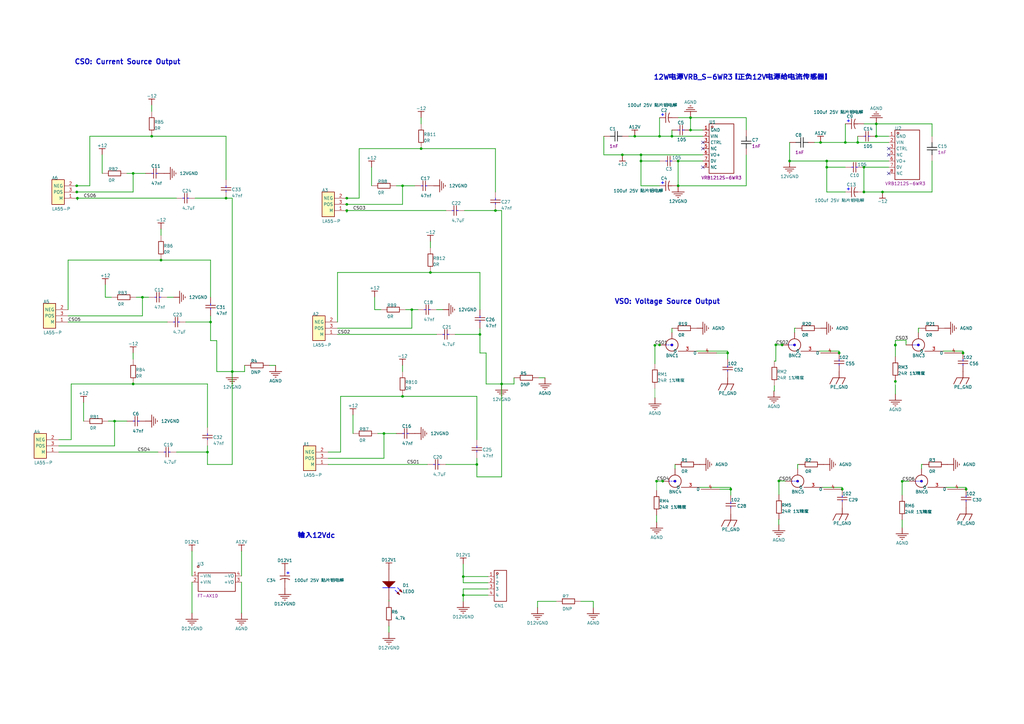
<source format=kicad_sch>
(kicad_sch (version 20230121) (generator eeschema)
  (paper "A3")
  (title_block (title "sensorLEM_portable") (date "2024.08.15") (rev "v1.1") (company "mmlab") (comment 1 "sensorLEM的“一拖六”"))
  (junction (at 142.24 83.82))
  (junction (at 62.23 55.88))
  (junction (at 262.89 66.04))
  (junction (at 278.13 66.04))
  (junction (at 367.2332 141.5034))
  (junction (at 195.58 190.5))
  (junction (at 54.61 71.12))
  (junction (at 396.24 200.66))
  (junction (at 205.74 157.48))
  (junction (at 283.21 48.26))
  (junction (at 359.41 55.88))
  (junction (at 165.1 162.56))
  (junction (at 262.89 63.5))
  (junction (at 142.24 86.36))
  (junction (at 336.55 58.42))
  (junction (at 189.992 236.474))
  (junction (at 268.605 141.6304))
  (junction (at 354.33 68.58))
  (junction (at 367.2332 141.5288))
  (junction (at 278.13 76.2))
  (junction (at 339.09 68.58))
  (junction (at 85.09 185.42))
  (junction (at 189.992 244.094))
  (junction (at 92.71 81.28))
  (junction (at 299.72 200.66))
  (junction (at 58.42 121.92))
  (junction (at 66.04 106.68))
  (junction (at 346.71 58.42))
  (junction (at 323.85 66.04))
  (junction (at 95.25 152.4))
  (junction (at 270.51 141.478))
  (junction (at 54.61 157.48))
  (junction (at 394.97 144.78))
  (junction (at 354.33 78.74))
  (junction (at 361.95 78.74))
  (junction (at 318.2112 141.4272))
  (junction (at 165.1 76.2))
  (junction (at 275.59 55.88))
  (junction (at 168.91 127))
  (junction (at 370.0272 197.4088))
  (junction (at 298.45 144.78))
  (junction (at 172.72 60.96))
  (junction (at 269.2908 197.3326))
  (junction (at 351.79 58.42))
  (junction (at 344.17 144.78))
  (junction (at 157.48 177.8))
  (junction (at 142.24 81.28))
  (junction (at 255.27 63.5))
  (junction (at 271.8054 197.3326))
  (junction (at 320.802 141.478))
  (junction (at 31.75 81.28))
  (junction (at 176.53 111.76))
  (junction (at 31.4706 76.2))
  (junction (at 196.85 137.16))
  (junction (at 319.4558 197.2564))
  (junction (at 345.44 200.66))
  (junction (at 46.99 172.72))
  (junction (at 339.09 66.04))
  (junction (at 260.35 55.88))
  (junction (at 31.496 78.74))
  (junction (at 86.36 132.08))
  (junction (at 359.41 50.8))
  (junction (at 283.21 53.34))
  (junction (at 203.2 86.36))
  (junction (at 367.2332 156.4386))
  (junction (at 270.51 55.88))
  (no_connect (at 364.49 63.5))
  (no_connect (at 364.49 60.96))
  (no_connect (at 288.29 58.42))
  (no_connect (at 364.49 71.12))
  (no_connect (at 288.29 68.58))
  (no_connect (at 288.29 60.96))
  (wire (pts (xy 31.4706 76.2) (xy 31.75 76.2)))
  (wire (pts (xy 351.79 58.42) (xy 346.71 58.42)) (stroke (width 0.254)))
  (wire (pts (xy 255.27 63.5) (xy 262.89 63.5)) (stroke (width 0.254)))
  (wire (pts (xy 200.152 236.474) (xy 189.992 236.474)) (stroke (width 0.254)))
  (wire (pts (xy 270.51 48.26) (xy 270.51 55.88)) (stroke (width 0.254)))
  (wire (pts (xy 31.4452 81.3308) (xy 31.5214 81.3308)))
  (wire (pts (xy 179.07 127) (xy 181.61 127)) (stroke (width 0.254)))
  (wire (pts (xy 205.74 195.58) (xy 205.74 157.48)) (stroke (width 0.254)))
  (wire (pts (xy 269.2908 201.1426) (xy 269.2908 197.3326)))
  (wire (pts (xy 318.2112 141.4272) (xy 318.1858 148.1328)) (stroke (width 0.254)))
  (wire (pts (xy 322.072 197.2818) (xy 322.072 197.358)) (stroke (width 0.254)))
  (wire (pts (xy 156.21 127) (xy 153.67 127)) (stroke (width 0.254)))
  (wire (pts (xy 31.75 82.042) (xy 31.75 81.28)) (stroke (width 0.254)))
  (wire (pts (xy 68.58 132.08) (xy 27.94 132.08)) (stroke (width 0.254)))
  (wire (pts (xy 238.252 246.634) (xy 243.332 246.634)) (stroke (width 0.254)))
  (wire (pts (xy 165.1 162.56) (xy 139.7 162.56)) (stroke (width 0.254)))
  (wire (pts (xy 271.8054 197.358) (xy 271.78 197.358)) (stroke (width 0.254)))
  (wire (pts (xy 367.2078 156.4386) (xy 367.2332 156.4386)))
  (wire (pts (xy 55.88 121.92) (xy 58.42 121.92)) (stroke (width 0.254)))
  (wire (pts (xy 41.91 63.5) (xy 41.91 71.12)) (stroke (width 0.254)))
  (wire (pts (xy 62.23 45.72) (xy 62.23 43.18)) (stroke (width 0.254)))
  (wire (pts (xy 299.72 200.66) (xy 299.72 203.2)) (stroke (width 0.254)))
  (wire (pts (xy 317.5762 160.3502) (xy 317.4238 160.3502)) (stroke (width 0.254)))
  (wire (pts (xy 27.94 106.68) (xy 27.94 127)) (stroke (width 0.254)))
  (wire (pts (xy 86.36 132.08) (xy 86.36 129.54)) (stroke (width 0.254)))
  (wire (pts (xy 199.39 144.78) (xy 199.39 157.48)) (stroke (width 0.254)))
  (wire (pts (xy 268.605 141.6304) (xy 268.605 149.1742)) (stroke (width 0.254)))
  (wire (pts (xy 142.24 87.122) (xy 142.24 86.36)) (stroke (width 0.254)))
  (wire (pts (xy 377.952 190.5) (xy 377.952 192.278)) (stroke (width 0.254)))
  (wire (pts (xy 199.39 157.48) (xy 205.74 157.48)) (stroke (width 0.254)))
  (wire (pts (xy 319.4812 197.2818) (xy 319.4558 197.2564)) (stroke (width 0.254)))
  (wire (pts (xy 200.152 244.094) (xy 189.992 244.094)) (stroke (width 0.254)))
  (wire (pts (xy 189.992 241.554) (xy 189.992 244.094)) (stroke (width 0.254)))
  (wire (pts (xy 382.27 50.8) (xy 382.27 55.88)) (stroke (width 0.254)))
  (wire (pts (xy 371.602 139.5476) (xy 371.602 141.478)) (stroke (width 0.254)))
  (wire (pts (xy 196.85 144.78) (xy 196.85 137.16)) (stroke (width 0.254)))
  (wire (pts (xy 306.07 48.26) (xy 306.07 53.34)) (stroke (width 0.254)))
  (wire (pts (xy 165.1 76.2) (xy 170.18 76.2)) (stroke (width 0.254)))
  (wire (pts (xy 346.71 50.8) (xy 346.71 58.42)) (stroke (width 0.254)))
  (wire (pts (xy 159.512 256.794) (xy 159.512 259.334)) (stroke (width 0.254)))
  (wire (pts (xy 317.5762 158.2674) (xy 317.5762 160.3502)) (stroke (width 0.254)))
  (wire (pts (xy 367.2332 139.6492) (xy 367.2332 141.5034)) (stroke (width 0.254)))
  (wire (pts (xy 306.07 63.5) (xy 306.07 76.2)) (stroke (width 0.254)))
  (wire (pts (xy 172.72 60.96) (xy 147.32 60.96)) (stroke (width 0.254)))
  (wire (pts (xy 268.6558 141.478) (xy 268.6558 141.6304)))
  (wire (pts (xy 195.58 162.56) (xy 165.1 162.56)) (stroke (width 0.254)))
  (wire (pts (xy 66.04 106.68) (xy 27.94 106.68)) (stroke (width 0.254)))
  (wire (pts (xy 268.6558 141.6304) (xy 268.605 141.6304)))
  (wire (pts (xy 323.85 66.04) (xy 323.85 58.42)) (stroke (width 0.254)))
  (wire (pts (xy 134.62 187.96) (xy 157.48 187.96)) (stroke (width 0.254)))
  (wire (pts (xy 382.27 66.04) (xy 382.27 78.74)) (stroke (width 0.254)))
  (wire (pts (xy 268.5542 163.068) (xy 268.5542 163.1442)))
  (wire (pts (xy 196.85 111.76) (xy 176.53 111.76)) (stroke (width 0.254)))
  (wire (pts (xy 203.2 78.74) (xy 203.2 60.96)) (stroke (width 0.254)))
  (wire (pts (xy 275.59 53.34) (xy 275.59 55.88)) (stroke (width 0.254)))
  (wire (pts (xy 147.32 60.96) (xy 147.32 81.28)) (stroke (width 0.254)))
  (wire (pts (xy 319.4812 197.3072) (xy 319.4558 197.2564)) (stroke (width 0.254)))
  (wire (pts (xy 372.5672 197.358) (xy 372.872 197.358)) (stroke (width 0.254)))
  (wire (pts (xy 85.09 157.48) (xy 54.61 157.48)) (stroke (width 0.254)))
  (wire (pts (xy 31.5214 81.3308) (xy 31.5214 81.28)))
  (wire (pts (xy 351.79 55.88) (xy 351.79 58.42)) (stroke (width 0.254)))
  (wire (pts (xy 31.4706 76.2) (xy 31.242 76.2)) (stroke (width 0.254)))
  (wire (pts (xy 270.5354 141.478) (xy 270.51 141.478)))
  (wire (pts (xy 370.0272 197.5104) (xy 370.0272 197.4088)) (stroke (width 0.254)))
  (wire (pts (xy 386.842 144.018) (xy 394.97 144.018)) (stroke (width 0.254)))
  (wire (pts (xy 247.65 55.88) (xy 247.65 63.5)) (stroke (width 0.254)))
  (wire (pts (xy 196.85 137.16) (xy 186.69 137.16)) (stroke (width 0.254)))
  (wire (pts (xy 306.07 76.2) (xy 278.13 76.2)) (stroke (width 0.254)))
  (wire (pts (xy 369.9764 139.5476) (xy 371.602 139.5476)) (stroke (width 0.254)))
  (wire (pts (xy 58.42 121.92) (xy 60.96 121.92)) (stroke (width 0.254)))
  (wire (pts (xy 275.59 136.398) (xy 275.59 134.62)) (stroke (width 0.254)))
  (wire (pts (xy 195.58 195.58) (xy 205.74 195.58)) (stroke (width 0.254)))
  (wire (pts (xy 269.2908 211.3026) (xy 269.2908 214.0712)) (stroke (width 0.254)))
  (wire (pts (xy 268.605 141.6304) (xy 268.605 141.5288)))
  (wire (pts (xy 99.06 251.46) (xy 99.06 238.76)) (stroke (width 0.254)))
  (wire (pts (xy 54.61 157.48) (xy 29.21 157.48)) (stroke (width 0.254)))
  (wire (pts (xy 318.1858 148.1328) (xy 317.627 148.1328)) (stroke (width 0.254)))
  (wire (pts (xy 268.605 159.3342) (xy 268.605 163.068)))
  (wire (pts (xy 275.59 55.88) (xy 270.51 55.88)) (stroke (width 0.254)))
  (wire (pts (xy 196.85 127) (xy 196.85 111.76)) (stroke (width 0.254)))
  (wire (pts (xy 142.24 86.36) (xy 182.88 86.36)) (stroke (width 0.254)))
  (wire (pts (xy 85.09 190.5) (xy 95.25 190.5)) (stroke (width 0.254)))
  (wire (pts (xy 159.512 246.634) (xy 159.512 246.126)) (stroke (width 0.254)))
  (wire (pts (xy 269.3416 214.0712) (xy 269.2908 214.0712)) (stroke (width 0.254)))
  (wire (pts (xy 370.0272 213.233) (xy 370.0018 213.233)) (stroke (width 0.254)))
  (wire (pts (xy 325.882 134.62) (xy 326.39 134.62)) (stroke (width 0.254)))
  (wire (pts (xy 364.49 58.42) (xy 351.79 58.42)) (stroke (width 0.254)))
  (wire (pts (xy 339.09 66.04) (xy 339.09 68.58)) (stroke (width 0.254)))
  (wire (pts (xy 31.75 81.28) (xy 72.39 81.28)) (stroke (width 0.254)))
  (wire (pts (xy 200.152 239.014) (xy 189.992 239.014)) (stroke (width 0.254)))
  (wire (pts (xy 317.6016 158.2674) (xy 317.5762 158.2674)) (stroke (width 0.254)))
  (wire (pts (xy 270.51 55.88) (xy 260.35 55.88)) (stroke (width 0.254)))
  (wire (pts (xy 220.472 246.634) (xy 220.472 249.174)) (stroke (width 0.254)))
  (wire (pts (xy 100.33 152.4) (xy 100.33 149.86)) (stroke (width 0.254)))
  (wire (pts (xy 337.312 199.898) (xy 345.44 199.898)) (stroke (width 0.254)))
  (wire (pts (xy 85.09 185.42) (xy 85.09 190.5)) (stroke (width 0.254)))
  (wire (pts (xy 54.61 71.12) (xy 59.69 71.12)) (stroke (width 0.254)))
  (wire (pts (xy 165.1 152.4) (xy 165.1 149.86)) (stroke (width 0.254)))
  (wire (pts (xy 58.42 129.54) (xy 27.94 129.54)) (stroke (width 0.254)))
  (wire (pts (xy 66.04 96.52) (xy 66.04 93.98)) (stroke (width 0.254)))
  (wire (pts (xy 370.0272 197.4088) (xy 370.0018 203.073)) (stroke (width 0.254)))
  (wire (pts (xy 195.58 190.5) (xy 195.58 195.58)) (stroke (width 0.254)))
  (wire (pts (xy 319.405 215.138) (xy 319.405 213.0298)) (stroke (width 0.254)))
  (wire (pts (xy 283.21 48.26) (xy 278.13 48.26)) (stroke (width 0.254)))
  (wire (pts (xy 346.71 58.42) (xy 336.55 58.42)) (stroke (width 0.254)))
  (wire (pts (xy 85.09 175.26) (xy 85.09 157.48)) (stroke (width 0.254)))
  (wire (pts (xy 367.2586 141.5288) (xy 367.2586 141.5034)) (stroke (width 0.254)))
  (wire (pts (xy 370.0272 197.4088) (xy 372.5672 197.3834)) (stroke (width 0.254)))
  (wire (pts (xy 46.99 172.72) (xy 52.07 172.72)) (stroke (width 0.254)))
  (wire (pts (xy 34.29 165.1) (xy 34.29 172.72)) (stroke (width 0.254)))
  (wire (pts (xy 141.732 83.82) (xy 142.24 83.82)) (stroke (width 0.254)))
  (wire (pts (xy 339.09 68.58) (xy 339.09 78.74)) (stroke (width 0.254)))
  (wire (pts (xy 319.4558 197.2564) (xy 322.072 197.2818)) (stroke (width 0.254)))
  (wire (pts (xy 154.94 177.8) (xy 157.48 177.8)) (stroke (width 0.254)))
  (wire (pts (xy 165.1 83.82) (xy 165.1 76.2)) (stroke (width 0.254)))
  (wire (pts (xy 319.405 215.138) (xy 319.4304 215.138)) (stroke (width 0.254)))
  (wire (pts (xy 278.13 76.2) (xy 278.13 66.04)) (stroke (width 0.254)))
  (wire (pts (xy 29.21 180.34) (xy 24.13 180.34)) (stroke (width 0.254)))
  (wire (pts (xy 336.042 144.018) (xy 344.17 144.018)) (stroke (width 0.254)))
  (wire (pts (xy 80.01 81.28) (xy 92.71 81.28)) (stroke (width 0.254)))
  (wire (pts (xy 152.4 68.58) (xy 152.4 76.2)) (stroke (width 0.254)))
  (wire (pts (xy 317.627 148.1074) (xy 317.6016 148.1074)) (stroke (width 0.254)))
  (wire (pts (xy 62.23 55.88) (xy 36.83 55.88)) (stroke (width 0.254)))
  (wire (pts (xy 43.18 121.92) (xy 43.18 116.84)) (stroke (width 0.254)))
  (wire (pts (xy 377.19 134.62) (xy 376.682 134.62)) (stroke (width 0.254)))
  (wire (pts (xy 382.27 78.74) (xy 361.95 78.74)) (stroke (width 0.254)))
  (wire (pts (xy 88.9 139.7) (xy 88.9 152.4)) (stroke (width 0.254)))
  (wire (pts (xy 262.89 63.5) (xy 262.89 66.04)) (stroke (width 0.254)))
  (wire (pts (xy 176.53 111.76) (xy 138.43 111.76)) (stroke (width 0.254)))
  (wire (pts (xy 317.627 148.1328) (xy 317.627 148.1074)) (stroke (width 0.254)))
  (wire (pts (xy 260.35 55.88) (xy 257.81 55.88)) (stroke (width 0.254)))
  (wire (pts (xy 367.2332 156.4386) (xy 367.2332 157.988)))
  (wire (pts (xy 336.55 58.42) (xy 334.01 58.42)) (stroke (width 0.254)))
  (wire (pts (xy 45.72 121.92) (xy 43.18 121.92)) (stroke (width 0.254)))
  (wire (pts (xy 44.45 172.72) (xy 46.99 172.72)) (stroke (width 0.254)))
  (wire (pts (xy 269.2908 197.3326) (xy 269.24 197.3326)))
  (wire (pts (xy 189.992 244.094) (xy 189.992 246.634)) (stroke (width 0.254)))
  (wire (pts (xy 262.89 63.5) (xy 288.29 63.5)) (stroke (width 0.254)))
  (wire (pts (xy 376.682 134.62) (xy 376.682 136.398)) (stroke (width 0.254)))
  (wire (pts (xy 200.152 241.554) (xy 189.992 241.554)) (stroke (width 0.254)))
  (wire (pts (xy 345.44 199.898) (xy 345.44 200.66)) (stroke (width 0.254)))
  (wire (pts (xy 319.4558 197.4088) (xy 319.4558 197.2564)) (stroke (width 0.254)))
  (wire (pts (xy 270.51 141.478) (xy 268.6558 141.478)))
  (wire (pts (xy 247.65 63.5) (xy 255.27 63.5)) (stroke (width 0.254)))
  (wire (pts (xy 176.53 101.6) (xy 176.53 99.06)) (stroke (width 0.254)))
  (wire (pts (xy 262.89 66.04) (xy 270.51 66.04)) (stroke (width 0.254)))
  (wire (pts (xy 288.29 53.34) (xy 283.21 53.34)) (stroke (width 0.254)))
  (wire (pts (xy 271.8054 197.3326) (xy 271.8054 197.358)) (stroke (width 0.254)))
  (wire (pts (xy 268.605 141.6304) (xy 268.605 141.5796)) (stroke (width 0.254)))
  (wire (pts (xy 113.03 149.86) (xy 110.49 149.86)) (stroke (width 0.254)))
  (wire (pts (xy 166.37 127) (xy 168.91 127)) (stroke (width 0.254)))
  (wire (pts (xy 285.75 144.018) (xy 298.45 144.018)) (stroke (width 0.254)))
  (wire (pts (xy 31.4452 76.2508) (xy 31.4706 76.2508)))
  (wire (pts (xy 370.0272 216.3826) (xy 370.0272 213.233)) (stroke (width 0.254)))
  (wire (pts (xy 182.88 190.5) (xy 195.58 190.5)) (stroke (width 0.254)))
  (wire (pts (xy 223.52 154.94) (xy 220.98 154.94)) (stroke (width 0.254)))
  (wire (pts (xy 142.24 81.28) (xy 141.732 81.28)) (stroke (width 0.254)))
  (wire (pts (xy 189.992 236.474) (xy 189.992 231.394)) (stroke (width 0.254)))
  (wire (pts (xy 394.97 144.018) (xy 394.97 144.78)) (stroke (width 0.254)))
  (wire (pts (xy 203.2 60.96) (xy 172.72 60.96)) (stroke (width 0.254)))
  (wire (pts (xy 262.89 76.2) (xy 270.51 76.2)) (stroke (width 0.254)))
  (wire (pts (xy 31.4706 76.2508) (xy 31.4706 76.2)))
  (wire (pts (xy 372.5672 197.3834) (xy 372.5672 197.358)) (stroke (width 0.254)))
  (wire (pts (xy 99.06 226.06) (xy 99.06 236.22)) (stroke (width 0.254)))
  (wire (pts (xy 31.4452 78.7908) (xy 31.496 78.7908)))
  (wire (pts (xy 359.41 50.8) (xy 354.33 50.8)) (stroke (width 0.254)))
  (wire (pts (xy 92.71 73.66) (xy 92.71 55.88)) (stroke (width 0.254)))
  (wire (pts (xy 139.7 185.42) (xy 134.62 185.42)) (stroke (width 0.254)))
  (wire (pts (xy 168.91 127) (xy 171.45 127)) (stroke (width 0.254)))
  (wire (pts (xy 318.2366 141.478) (xy 318.2366 141.4272)) (stroke (width 0.254)))
  (wire (pts (xy 298.45 144.018) (xy 298.45 144.78)) (stroke (width 0.254)))
  (wire (pts (xy 367.2586 141.5034) (xy 367.2332 141.5034)) (stroke (width 0.254)))
  (wire (pts (xy 134.62 190.5) (xy 175.26 190.5)) (stroke (width 0.254)))
  (wire (pts (xy 24.13 182.88) (xy 46.99 182.88)) (stroke (width 0.254)))
  (wire (pts (xy 288.29 55.88) (xy 275.59 55.88)) (stroke (width 0.254)))
  (wire (pts (xy 95.25 152.4) (xy 100.33 152.4)) (stroke (width 0.254)))
  (wire (pts (xy 318.2112 141.4272) (xy 320.802 141.478)) (stroke (width 0.254)))
  (wire (pts (xy 276.86 192.278) (xy 276.86 190.5)) (stroke (width 0.254)))
  (wire (pts (xy 339.09 78.74) (xy 346.71 78.74)) (stroke (width 0.254)))
  (wire (pts (xy 378.46 190.5) (xy 377.952 190.5)) (stroke (width 0.254)))
  (wire (pts (xy 139.7 162.56) (xy 139.7 185.42)) (stroke (width 0.254)))
  (wire (pts (xy 318.2366 141.4272) (xy 318.2112 141.4272)) (stroke (width 0.254)))
  (wire (pts (xy 262.89 66.04) (xy 262.89 76.2)) (stroke (width 0.254)))
  (wire (pts (xy 199.39 144.78) (xy 196.85 144.78)) (stroke (width 0.254)))
  (wire (pts (xy 354.33 78.74) (xy 354.33 68.58)) (stroke (width 0.254)))
  (wire (pts (xy 168.91 134.62) (xy 138.43 134.62)) (stroke (width 0.254)))
  (wire (pts (xy 58.42 121.92) (xy 58.42 129.54)) (stroke (width 0.254)))
  (wire (pts (xy 318.1858 141.478) (xy 318.2112 141.4272)) (stroke (width 0.254)))
  (wire (pts (xy 95.25 81.28) (xy 95.25 152.4)) (stroke (width 0.254)))
  (wire (pts (xy 283.21 48.26) (xy 306.07 48.26)) (stroke (width 0.254)))
  (wire (pts (xy 359.41 50.8) (xy 382.27 50.8)) (stroke (width 0.254)))
  (wire (pts (xy 88.9 139.7) (xy 86.36 139.7)) (stroke (width 0.254)))
  (wire (pts (xy 228.092 246.634) (xy 220.472 246.634)) (stroke (width 0.254)))
  (wire (pts (xy 295.148 200.66) (xy 299.72 200.66)) (stroke (width 0.254)))
  (wire (pts (xy 339.09 68.58) (xy 346.71 68.58)) (stroke (width 0.254)))
  (wire (pts (xy 24.13 185.42) (xy 64.77 185.42)) (stroke (width 0.254)))
  (wire (pts (xy 271.8308 197.3326) (xy 271.8054 197.3326)) (stroke (width 0.254)))
  (wire (pts (xy 205.74 157.48) (xy 210.82 157.48)) (stroke (width 0.254)))
  (wire (pts (xy 327.152 190.5) (xy 327.66 190.5)) (stroke (width 0.254)))
  (wire (pts (xy 367.2332 141.5288) (xy 367.2332 146.2786)) (stroke (width 0.254)))
  (wire (pts (xy 354.33 68.58) (xy 364.49 68.58)) (stroke (width 0.254)))
  (wire (pts (xy 271.8054 197.3326) (xy 269.2908 197.3326)) (stroke (width 0.254)))
  (wire (pts (xy 210.82 157.48) (xy 210.82 154.94)) (stroke (width 0.254)))
  (wire (pts (xy 278.13 66.04) (xy 288.29 66.04)) (stroke (width 0.254)))
  (wire (pts (xy 153.67 127) (xy 153.67 121.92)) (stroke (width 0.254)))
  (wire (pts (xy 325.882 136.398) (xy 325.882 134.62)) (stroke (width 0.254)))
  (wire (pts (xy 168.91 127) (xy 168.91 134.62)) (stroke (width 0.254)))
  (wire (pts (xy 320.802 141.478) (xy 320.8274 141.478)) (stroke (width 0.254)))
  (wire (pts (xy 92.71 81.28) (xy 95.25 81.28)) (stroke (width 0.254)))
  (wire (pts (xy 78.74 226.06) (xy 78.74 236.22)) (stroke (width 0.254)))
  (wire (pts (xy 339.09 66.04) (xy 323.85 66.04)) (stroke (width 0.254)))
  (wire (pts (xy 319.405 213.0298) (xy 319.4812 213.0298)) (stroke (width 0.254)))
  (wire (pts (xy 195.58 180.34) (xy 195.58 162.56)) (stroke (width 0.254)))
  (wire (pts (xy 142.24 83.82) (xy 165.1 83.82)) (stroke (width 0.254)))
  (wire (pts (xy 287.02 199.898) (xy 299.72 199.898)) (stroke (width 0.254)))
  (wire (pts (xy 52.07 71.12) (xy 54.61 71.12)) (stroke (width 0.254)))
  (wire (pts (xy 172.72 50.8) (xy 172.72 48.26)) (stroke (width 0.254)))
  (wire (pts (xy 72.39 185.42) (xy 85.09 185.42)) (stroke (width 0.254)))
  (wire (pts (xy 205.74 86.36) (xy 205.74 157.48)) (stroke (width 0.254)))
  (wire (pts (xy 88.9 152.4) (xy 95.25 152.4)) (stroke (width 0.254)))
  (wire (pts (xy 370.0018 197.3834) (xy 370.0272 197.4088)) (stroke (width 0.254)))
  (wire (pts (xy 157.48 187.96) (xy 157.48 177.8)) (stroke (width 0.254)))
  (wire (pts (xy 31.496 78.74) (xy 31.75 78.74)))
  (wire (pts (xy 367.2332 141.5288) (xy 367.2586 141.5288)) (stroke (width 0.254)))
  (wire (pts (xy 31.5214 81.28) (xy 31.75 81.28)))
  (wire (pts (xy 46.99 182.88) (xy 46.99 172.72)) (stroke (width 0.254)))
  (wire (pts (xy 189.992 239.014) (xy 189.992 236.474)) (stroke (width 0.254)))
  (wire (pts (xy 68.58 121.92) (xy 71.12 121.92)) (stroke (width 0.254)))
  (wire (pts (xy 29.21 157.48) (xy 29.21 180.34)) (stroke (width 0.254)))
  (wire (pts (xy 283.21 53.34) (xy 283.21 48.26)) (stroke (width 0.254)))
  (wire (pts (xy 195.58 187.96) (xy 195.58 190.5)) (stroke (width 0.254)))
  (wire (pts (xy 85.09 182.88) (xy 85.09 185.42)) (stroke (width 0.254)))
  (wire (pts (xy 92.71 55.88) (xy 62.23 55.88)) (stroke (width 0.254)))
  (wire (pts (xy 86.36 106.68) (xy 66.04 106.68)) (stroke (width 0.254)))
  (wire (pts (xy 293.878 144.78) (xy 298.45 144.78)) (stroke (width 0.254)))
  (wire (pts (xy 299.72 199.898) (xy 299.72 200.66)) (stroke (width 0.254)))
  (wire (pts (xy 243.332 246.634) (xy 243.332 249.174)) (stroke (width 0.254)))
  (wire (pts (xy 344.17 144.018) (xy 344.17 144.78)) (stroke (width 0.254)))
  (wire (pts (xy 31.496 78.7908) (xy 31.496 78.74)))
  (wire (pts (xy 95.25 190.5) (xy 95.25 152.4)) (stroke (width 0.254)))
  (wire (pts (xy 327.152 192.278) (xy 327.152 190.5)) (stroke (width 0.254)))
  (wire (pts (xy 190.5 86.36) (xy 203.2 86.36)) (stroke (width 0.254)))
  (wire (pts (xy 203.2 86.36) (xy 205.74 86.36)) (stroke (width 0.254)))
  (wire (pts (xy 268.5542 163.1442) (xy 268.6304 163.1442)))
  (wire (pts (xy 162.56 76.2) (xy 165.1 76.2)) (stroke (width 0.254)))
  (wire (pts (xy 144.78 170.18) (xy 144.78 177.8)) (stroke (width 0.254)))
  (wire (pts (xy 298.45 144.78) (xy 298.45 147.32)) (stroke (width 0.254)))
  (wire (pts (xy 361.95 78.74) (xy 354.33 78.74)) (stroke (width 0.254)))
  (wire (pts (xy 36.83 55.88) (xy 36.83 76.2)) (stroke (width 0.254)))
  (wire (pts (xy 31.4706 76.2) (xy 36.83 76.2)) (stroke (width 0.254)))
  (wire (pts (xy 31.242 78.74) (xy 31.496 78.74)) (stroke (width 0.254)))
  (wire (pts (xy 396.24 199.898) (xy 396.24 200.66)) (stroke (width 0.254)))
  (wire (pts (xy 147.32 81.28) (xy 142.24 81.28)) (stroke (width 0.254)))
  (wire (pts (xy 31.496 78.74) (xy 54.61 78.74)) (stroke (width 0.254)))
  (wire (pts (xy 54.61 78.74) (xy 54.61 71.12)) (stroke (width 0.254)))
  (wire (pts (xy 179.07 137.16) (xy 138.43 137.16)) (stroke (width 0.254)))
  (wire (pts (xy 367.2586 139.6492) (xy 369.9764 139.5476)) (stroke (width 0.254)))
  (wire (pts (xy 78.74 251.46) (xy 78.74 238.76)) (stroke (width 0.254)))
  (wire (pts (xy 364.49 55.88) (xy 359.41 55.88)) (stroke (width 0.254)))
  (wire (pts (xy 319.4558 197.2564) (xy 319.4812 202.8698)) (stroke (width 0.254)))
  (wire (pts (xy 359.41 55.88) (xy 359.41 50.8)) (stroke (width 0.254)))
  (wire (pts (xy 86.36 121.92) (xy 86.36 106.68)) (stroke (width 0.254)))
  (wire (pts (xy 54.61 147.32) (xy 54.61 144.78)) (stroke (width 0.254)))
  (wire (pts (xy 367.2332 141.5034) (xy 367.2332 141.5288)) (stroke (width 0.254)))
  (wire (pts (xy 388.112 199.898) (xy 396.24 199.898)) (stroke (width 0.254)))
  (wire (pts (xy 157.48 177.8) (xy 162.56 177.8)) (stroke (width 0.254)))
  (wire (pts (xy 364.49 66.04) (xy 339.09 66.04)) (stroke (width 0.254)))
  (wire (pts (xy 367.2332 157.988) (xy 367.2332 161.6202)) (stroke (width 0.254)))
  (wire (pts (xy 86.36 132.08) (xy 76.2 132.08)) (stroke (width 0.254)))
  (wire (pts (xy 86.36 139.7) (xy 86.36 132.08)) (stroke (width 0.254)))
  (wire (pts (xy 138.43 111.76) (xy 138.43 132.08)) (stroke (width 0.254)))
  (wire (pts (xy 367.2332 139.6492) (xy 367.2586 139.6492)) (stroke (width 0.254)))
  (wire (pts (xy 268.605 163.068) (xy 268.5542 163.068)))
  (wire (pts (xy 196.85 137.16) (xy 196.85 134.62)) (stroke (width 0.254)))
  (text "CSO: Current Source Output" (at 30.48 26.67 0) (effects (font (size 2.032 2.032) bold) (justify left bottom)))
  (text "VSO: Voltage Source Output" (at 251.968 124.968 0) (effects (font (size 2.032 2.032) bold) (justify left bottom)))
  (text "12W电源VRB_S-6WR3【正负12V电源给电流传感器】" (at 267.97 33.02 0) (effects (font (size 2.032 2.032) bold) (justify left bottom)))
  (text "输入12Vdc" (at 121.92 220.98 0) (effects (font (size 2.032 2.032) bold) (justify left bottom)))
  (label "CSO3" (at 144.78 86.36 180))
  (label "CSO1" (at 166.878 190.5 180))
  (label "CSO5" (at 27.94 132.08 180))
  (label "CSO6" (at 34.29 81.28 180))
  (label "CSO2" (at 318.2366 141.478 180))
  (label "CSO4" (at 56.388 185.42 180))
  (label "CSO1" (at 268.605 141.5542 180))
  (label "CSO2" (at 138.43 137.16 180))
  (label "CSO5" (at 319.4558 197.4088 180))
  (label "CSO3" (at 367.2332 139.6492 180))
  (label "CSO4" (at 269.2908 197.3326 180))
  (label "CSO6" (at 370.0272 197.5104 180))
  (symbol (lib_id "Power_v1.0-altium-import:root_3_KY1102M400VAC70Y10093") (at 306.07 58.42 0) (unit 1)
    (property "Reference" "C7" (at 308.356 58.166 0) (effects (justify left bottom)))
    (property "Value" "${ALTIUM_VALUE}" (effects hide))
    (property "Footprint" "SensorLEM_lib:CAP-TH_L7.5-W4.5-P10.00-D0.6" (effects hide))
    (property "SYMBOL" "KY1102M400VAC70Y10093" (effects hide))
    (property "DEVICE" "KY1102M400VAC70Y10093" (effects hide))
    (property "LCSC PART NAME" "等级:Y1 1nF ±20% 400V" (effects hide))
    (property "SUPPLIER PART" "C2943996" (effects hide))
    (property "MANUFACTURER" "KNSCHA(科尼盛)" (effects hide))
    (property "MANUFACTURER PART" "KY1102M400VAC70Y10093" (effects hide))
    (property "SUPPLIER FOOTPRINT" "插件,P=10mm" (effects hide))
    (property "DATASHEET" "https://atta.szlcsc.com/upload/public/pdf/source/20220125/2D2B80E2C5D988A5B116EA64517B63EA.pdf" (effects hide))
    (property "SUPPLIER" "LCSC" (effects hide))
    (property "ADD INTO BOM" "yes" (effects hide))
    (property "CONVERT TO PCB" "yes" (effects hide))
    (property "SUBCLASS" "Y1" (effects hide))
    (property "ALTIUM_VALUE" "1nF" (effects hide))
    (property "TOLERANCE" "±20%" (effects hide))
    (property "VOLTAGE(AC)" "400V" (effects hide))
    (property "NAME" "${ALTIUM_VALUE}" (at 308.356 60.706 0) (effects (justify left bottom)))
  )
  (symbol (lib_id "SensorLEM-altium-import:root_0_Cap Semi") (at 74.93 78.74 0) (unit 1)
    (property "Reference" "C24" (at 74.676 78.994 0) (effects (justify left bottom)))
    (property "Value" "4.7uF" (at 74.676 86.106 0) (effects (justify left bottom)))
    (property "Footprint" "Capacitor_SMD:C_0805_2012Metric" (effects hide))
    (property "PUBLISHED" "8-Jun-2000" (effects hide))
    (property "LATESTREVISIONDATE" "17-Jul-2002" (effects hide))
    (property "LATESTREVISIONNOTE" "Re-released for DXP Platform." (effects hide))
    (property "PACKAGEREFERENCE" "C1206" (effects hide))
    (property "PUBLISHER" "Altium Limited" (effects hide))
  )
  (symbol (lib_id "sensorLEM_portable-altium-import:root_2_Res2") (at 283.21 137.16 0) (unit 1)
    (property "Reference" "R19" (at 278.13 133.604 0) (effects (justify left bottom)))
    (property "Value" "0R" (at 278.13 138.176 0) (effects (justify left bottom)))
    (property "Footprint" "Resistor_SMD:R_0805_2012Metric" (effects hide))
    (property "PUBLISHED" "8-Jun-2000" (effects hide))
    (property "LATESTREVISIONDATE" "17-Jul-2002" (effects hide))
    (property "LATESTREVISIONNOTE" "Re-released for DXP Platform." (effects hide))
    (property "PACKAGEREFERENCE" "AXIAL-0.4" (effects hide))
    (property "PUBLISHER" "Altium Limited" (effects hide))
    (property "ALTIUM_VALUE" "10K" (effects hide))
  )
  (symbol (lib_id "SensorLEM-altium-import:AGND") (at 223.52 154.94 0) (unit 1)
    (property "Reference" "#PWR026" (effects hide))
    (property "Value" "AGND" (at 223.52 161.29 0))
  )
  (symbol (lib_id "Power_v1.0-altium-import:AGND") (at 243.332 249.174 0) (unit 1)
    (property "Reference" "#PWR050" (effects hide))
    (property "Value" "AGND" (at 243.332 255.524 0))
  )
  (symbol (lib_id "SensorLEM-altium-import:root_2_Res2") (at 218.44 157.48 0) (unit 1)
    (property "Reference" "R5" (at 213.36 153.924 0) (effects (justify left bottom)))
    (property "Value" "DNP" (at 213.36 158.496 0) (effects (justify left bottom)))
    (property "Footprint" "Resistor_SMD:R_0805_2012Metric" (effects hide))
    (property "PUBLISHED" "8-Jun-2000" (effects hide))
    (property "LATESTREVISIONDATE" "17-Jul-2002" (effects hide))
    (property "LATESTREVISIONNOTE" "Re-released for DXP Platform." (effects hide))
    (property "PACKAGEREFERENCE" "AXIAL-0.4" (effects hide))
    (property "PUBLISHER" "Altium Limited" (effects hide))
  )
  (symbol (lib_id "SensorLEM-altium-import:root_3_Cap Semi") (at 198.12 182.88 0) (unit 1)
    (property "Reference" "C25" (at 197.866 185.166 0) (effects (justify left bottom)))
    (property "Value" "47nf" (at 197.866 187.706 0) (effects (justify left bottom)))
    (property "Footprint" "Capacitor_SMD:C_0805_2012Metric" (effects hide))
    (property "PUBLISHED" "8-Jun-2000" (effects hide))
    (property "LATESTREVISIONDATE" "17-Jul-2002" (effects hide))
    (property "LATESTREVISIONNOTE" "Re-released for DXP Platform." (effects hide))
    (property "PACKAGEREFERENCE" "C1206" (effects hide))
    (property "PUBLISHER" "Altium Limited" (effects hide))
  )
  (symbol (lib_id "SensorLEM-altium-import:root_1_Res2") (at 162.56 160.02 0) (unit 1)
    (property "Reference" "RB10" (at 166.116 157.48 0) (effects (justify left bottom)))
    (property "Value" "0R" (at 166.116 160.02 0) (effects (justify left bottom)))
    (property "Footprint" "Resistor_SMD:R_0805_2012Metric" (effects hide))
    (property "PUBLISHED" "8-Jun-2000" (effects hide))
    (property "LATESTREVISIONDATE" "17-Jul-2002" (effects hide))
    (property "LATESTREVISIONNOTE" "Re-released for DXP Platform." (effects hide))
    (property "PACKAGEREFERENCE" "AXIAL-0.4" (effects hide))
    (property "PUBLISHER" "Altium Limited" (effects hide))
    (property "ALTIUM_VALUE" "10K" (effects hide))
  )
  (symbol (lib_id "sensorLEM_portable-altium-import:root_2_Res2") (at 386.08 193.04 0) (unit 1)
    (property "Reference" "R3" (at 381 189.484 0) (effects (justify left bottom)))
    (property "Value" "0R" (at 381 194.056 0) (effects (justify left bottom)))
    (property "Footprint" "Resistor_SMD:R_0805_2012Metric" (effects hide))
    (property "PUBLISHED" "8-Jun-2000" (effects hide))
    (property "LATESTREVISIONDATE" "17-Jul-2002" (effects hide))
    (property "LATESTREVISIONNOTE" "Re-released for DXP Platform." (effects hide))
    (property "PACKAGEREFERENCE" "AXIAL-0.4" (effects hide))
    (property "PUBLISHER" "Altium Limited" (effects hide))
    (property "ALTIUM_VALUE" "10K" (effects hide))
  )
  (symbol (lib_id "sensorLEM_portable-altium-import:AGND") (at 337.82 190.5 90) (unit 1)
    (property "Reference" "#PWR028" (effects hide))
    (property "Value" "AGND" (at 344.17 190.5 90) (effects (justify right)))
  )
  (symbol (lib_id "sensorLEM_portable-altium-import:AGND") (at 317.4238 160.3502 0) (unit 1)
    (property "Reference" "#PWR018" (effects hide))
    (property "Value" "AGND" (at 317.4238 166.7002 0))
  )
  (symbol (lib_id "SensorLEM-altium-import:root_2_Cap Semi") (at 64.77 73.66 0) (unit 1)
    (property "Reference" "C11" (at 61.976 68.834 0) (effects (justify left bottom)))
    (property "Value" "47nf" (at 61.976 75.946 0) (effects (justify left bottom)))
    (property "Footprint" "Capacitor_SMD:C_0805_2012Metric" (effects hide))
    (property "PUBLISHED" "8-Jun-2000" (effects hide))
    (property "LATESTREVISIONDATE" "17-Jul-2002" (effects hide))
    (property "LATESTREVISIONNOTE" "Re-released for DXP Platform." (effects hide))
    (property "PACKAGEREFERENCE" "C1206" (effects hide))
    (property "PUBLISHER" "Altium Limited" (effects hide))
  )
  (symbol (lib_id "SensorLEM-altium-import:root_0_Cap Semi") (at 71.12 129.54 0) (unit 1)
    (property "Reference" "C23" (at 70.866 129.794 0) (effects (justify left bottom)))
    (property "Value" "4.7uF" (at 70.866 136.906 0) (effects (justify left bottom)))
    (property "Footprint" "Capacitor_SMD:C_0805_2012Metric" (effects hide))
    (property "PUBLISHED" "8-Jun-2000" (effects hide))
    (property "LATESTREVISIONDATE" "17-Jul-2002" (effects hide))
    (property "LATESTREVISIONNOTE" "Re-released for DXP Platform." (effects hide))
    (property "PACKAGEREFERENCE" "C1206" (effects hide))
    (property "PUBLISHER" "Altium Limited" (effects hide))
  )
  (symbol (lib_id "SensorLEM-altium-import:-12") (at 54.61 144.78 180) (unit 1)
    (property "Reference" "#PWR036" (effects hide))
    (property "Value" "-12" (at 54.61 140.97 0))
  )
  (symbol (lib_id "SensorLEM-altium-import:root_0_Cap Semi") (at 185.42 83.82 0) (unit 1)
    (property "Reference" "C22" (at 185.166 84.074 0) (effects (justify left bottom)))
    (property "Value" "4.7uF" (at 185.166 91.186 0) (effects (justify left bottom)))
    (property "Footprint" "Capacitor_SMD:C_0805_2012Metric" (effects hide))
    (property "PUBLISHED" "8-Jun-2000" (effects hide))
    (property "LATESTREVISIONDATE" "17-Jul-2002" (effects hide))
    (property "LATESTREVISIONNOTE" "Re-released for DXP Platform." (effects hide))
    (property "PACKAGEREFERENCE" "C1206" (effects hide))
    (property "PUBLISHER" "Altium Limited" (effects hide))
  )
  (symbol (lib_id "SensorLEM-altium-import:-12") (at 176.53 99.06 180) (unit 1)
    (property "Reference" "#PWR022" (effects hide))
    (property "Value" "-12" (at 176.53 95.25 0))
  )
  (symbol (lib_id "sensorLEM_portable-altium-import:AGND") (at 367.2332 161.6202 0) (unit 1)
    (property "Reference" "#PWR030" (effects hide))
    (property "Value" "AGND" (at 367.2332 167.9702 0))
  )
  (symbol (lib_id "Power_v1.0-altium-import:root_2_KY1102M400VAC70Y10093") (at 252.73 55.88 0) (unit 1)
    (property "Reference" "C1" (at 249.936 53.594 0) (effects (justify left bottom)))
    (property "Value" "${ALTIUM_VALUE}" (effects hide))
    (property "Footprint" "SensorLEM_lib:CAP-TH_L7.5-W4.5-P10.00-D0.6" (effects hide))
    (property "SYMBOL" "KY1102M400VAC70Y10093" (effects hide))
    (property "DEVICE" "KY1102M400VAC70Y10093" (effects hide))
    (property "LCSC PART NAME" "等级:Y1 1nF ±20% 400V" (effects hide))
    (property "SUPPLIER PART" "C2943996" (effects hide))
    (property "MANUFACTURER" "KNSCHA(科尼盛)" (effects hide))
    (property "MANUFACTURER PART" "KY1102M400VAC70Y10093" (effects hide))
    (property "SUPPLIER FOOTPRINT" "插件,P=10mm" (effects hide))
    (property "DATASHEET" "https://atta.szlcsc.com/upload/public/pdf/source/20220125/2D2B80E2C5D988A5B116EA64517B63EA.pdf" (effects hide))
    (property "SUPPLIER" "LCSC" (effects hide))
    (property "ADD INTO BOM" "yes" (effects hide))
    (property "CONVERT TO PCB" "yes" (effects hide))
    (property "SUBCLASS" "Y1" (effects hide))
    (property "ALTIUM_VALUE" "1nF" (effects hide))
    (property "TOLERANCE" "±20%" (effects hide))
    (property "VOLTAGE(AC)" "400V" (effects hide))
    (property "NAME" "${ALTIUM_VALUE}" (at 249.936 60.706 0) (effects (justify left bottom)))
  )
  (symbol (lib_id "Power_v1.0-altium-import:root_0_Cap") (at 349.25 66.04 0) (unit 1)
    (property "Reference" "C10" (at 348.5388 72.644 0) (effects (justify left bottom)))
    (property "Value" "105" (at 351.6884 68.2244 0) (effects (justify left bottom)))
    (property "Footprint" "Capacitor_SMD:C_0805_2012Metric" (effects hide))
    (property "PUBLISHED" "8-Jun-2000" (effects hide))
    (property "LATESTREVISIONDATE" "17-Jul-2002" (effects hide))
    (property "LATESTREVISIONNOTE" "Re-released for DXP Platform." (effects hide))
    (property "PACKAGEREFERENCE" "RAD-0.3" (effects hide))
    (property "PUBLISHER" "Altium Limited" (effects hide))
    (property "ALTIUM_VALUE" "0.1UF" (effects hide))
    (property "CLASSNAME" "Power" (effects hide))
  )
  (symbol (lib_id "Power_v1.0-altium-import:root_2_KY1102M400VAC70Y10093") (at 328.93 58.42 0) (unit 1)
    (property "Reference" "C8" (at 326.136 56.134 0) (effects (justify left bottom)))
    (property "Value" "${ALTIUM_VALUE}" (effects hide))
    (property "Footprint" "SensorLEM_lib:CAP-TH_L7.5-W4.5-P10.00-D0.6" (effects hide))
    (property "SYMBOL" "KY1102M400VAC70Y10093" (effects hide))
    (property "DEVICE" "KY1102M400VAC70Y10093" (effects hide))
    (property "LCSC PART NAME" "等级:Y1 1nF ±20% 400V" (effects hide))
    (property "SUPPLIER PART" "C2943996" (effects hide))
    (property "MANUFACTURER" "KNSCHA(科尼盛)" (effects hide))
    (property "MANUFACTURER PART" "KY1102M400VAC70Y10093" (effects hide))
    (property "SUPPLIER FOOTPRINT" "插件,P=10mm" (effects hide))
    (property "DATASHEET" "https://atta.szlcsc.com/upload/public/pdf/source/20220125/2D2B80E2C5D988A5B116EA64517B63EA.pdf" (effects hide))
    (property "SUPPLIER" "LCSC" (effects hide))
    (property "ADD INTO BOM" "yes" (effects hide))
    (property "CONVERT TO PCB" "yes" (effects hide))
    (property "SUBCLASS" "Y1" (effects hide))
    (property "ALTIUM_VALUE" "1nF" (effects hide))
    (property "TOLERANCE" "±20%" (effects hide))
    (property "VOLTAGE(AC)" "400V" (effects hide))
    (property "NAME" "${ALTIUM_VALUE}" (at 326.136 63.246 0) (effects (justify left bottom)))
  )
  (symbol (lib_id "Power_v1.0-altium-import:root_1_Res2") (at 156.972 254.254 0) (unit 1)
    (property "Reference" "R6" (at 160.528 251.714 0) (effects (justify left bottom)))
    (property "Value" "4.7k" (at 162.052 254.254 0) (effects (justify left bottom)))
    (property "Footprint" "Resistor_SMD:R_0805_2012Metric" (effects hide))
    (property "PUBLISHED" "8-Jun-2000" (effects hide))
    (property "LATESTREVISIONDATE" "17-Jul-2002" (effects hide))
    (property "LATESTREVISIONNOTE" "Re-released for DXP Platform." (effects hide))
    (property "PACKAGEREFERENCE" "AXIAL-0.4" (effects hide))
    (property "PUBLISHER" "Altium Limited" (effects hide))
    (property "PACKAGEDESCRIPTION" "Axial Device, Thru-Hole; 2 Leads; 0.4 in Pin Spacing" (effects hide))
    (property "ALTIUM_VALUE" "1K" (effects hide))
  )
  (symbol (lib_id "SensorLEM-altium-import:-12") (at 165.1 149.86 180) (unit 1)
    (property "Reference" "#PWR019" (effects hide))
    (property "Value" "-12" (at 165.1 146.05 0))
  )
  (symbol (lib_id "Power_v1.0-altium-import:root_0_Cap") (at 273.05 63.5 0) (unit 1)
    (property "Reference" "C3" (at 272.9738 70.0532 0) (effects (justify left bottom)))
    (property "Value" "105" (at 275.59 65.405 0) (effects (justify left bottom)))
    (property "Footprint" "Capacitor_SMD:C_0805_2012Metric" (effects hide))
    (property "PUBLISHED" "8-Jun-2000" (effects hide))
    (property "LATESTREVISIONDATE" "17-Jul-2002" (effects hide))
    (property "LATESTREVISIONNOTE" "Re-released for DXP Platform." (effects hide))
    (property "PACKAGEREFERENCE" "RAD-0.3" (effects hide))
    (property "PUBLISHER" "Altium Limited" (effects hide))
    (property "ALTIUM_VALUE" "0.1UF" (effects hide))
    (property "CLASSNAME" "Power" (effects hide))
  )
  (symbol (lib_id "sensorLEM_portable-altium-import:root_3_Cap Semi") (at 397.51 147.32 0) (unit 1)
    (property "Reference" "C56" (at 397.51 149.86 0) (effects (justify left bottom)))
    (property "Value" "102" (at 394.97 147.32 0) (effects (justify left bottom)))
    (property "Footprint" "Capacitor_SMD:C_0805_2012Metric" (effects hide))
    (property "PUBLISHED" "8-Jun-2000" (effects hide))
    (property "LATESTREVISIONDATE" "17-Jul-2002" (effects hide))
    (property "LATESTREVISIONNOTE" "Re-released for DXP Platform." (effects hide))
    (property "PACKAGEREFERENCE" "C1206" (effects hide))
    (property "PUBLISHER" "Altium Limited" (effects hide))
  )
  (symbol (lib_id "Power_v1.0-altium-import:root_0_Cap") (at 278.13 50.8 0) (unit 1)
    (property "Reference" "C5" (at 277.876 51.054 0) (effects (justify left bottom)))
    (property "Value" "105" (at 277.6474 57.9882 0) (effects (justify left bottom)))
    (property "Footprint" "Capacitor_SMD:C_0805_2012Metric" (effects hide))
    (property "PUBLISHED" "8-Jun-2000" (effects hide))
    (property "LATESTREVISIONDATE" "17-Jul-2002" (effects hide))
    (property "LATESTREVISIONNOTE" "Re-released for DXP Platform." (effects hide))
    (property "PACKAGEREFERENCE" "RAD-0.3" (effects hide))
    (property "PUBLISHER" "Altium Limited" (effects hide))
    (property "ALTIUM_VALUE" "0.1UF" (effects hide))
    (property "CLASSNAME" "Power" (effects hide))
  )
  (symbol (lib_id "sensorLEM_portable-altium-import:root_3_Cap Semi") (at 300.99 149.86 0) (unit 1)
    (property "Reference" "C52" (at 300.99 152.4 0) (effects (justify left bottom)))
    (property "Value" "102" (at 298.45 149.86 0) (effects (justify left bottom)))
    (property "Footprint" "Capacitor_SMD:C_0805_2012Metric" (effects hide))
    (property "PUBLISHED" "8-Jun-2000" (effects hide))
    (property "LATESTREVISIONDATE" "17-Jul-2002" (effects hide))
    (property "LATESTREVISIONNOTE" "Re-released for DXP Platform." (effects hide))
    (property "PACKAGEREFERENCE" "C1206" (effects hide))
    (property "PUBLISHER" "Altium Limited" (effects hide))
  )
  (symbol (lib_id "sensorLEM_portable-altium-import:AGND") (at 287.02 190.5 90) (unit 1)
    (property "Reference" "#PWR013" (effects hide))
    (property "Value" "AGND" (at 293.37 190.5 90) (effects (justify right)))
  )
  (symbol (lib_id "SensorLEM-altium-import:root_0_Res2") (at 44.45 68.58 0) (unit 1)
    (property "Reference" "RB2" (at 44.45 70.104 0) (effects (justify left bottom)))
    (property "Value" "0R" (at 44.45 74.676 0) (effects (justify left bottom)))
    (property "Footprint" "Resistor_SMD:R_0805_2012Metric" (effects hide))
    (property "PUBLISHED" "8-Jun-2000" (effects hide))
    (property "LATESTREVISIONDATE" "17-Jul-2002" (effects hide))
    (property "LATESTREVISIONNOTE" "Re-released for DXP Platform." (effects hide))
    (property "PACKAGEREFERENCE" "AXIAL-0.4" (effects hide))
    (property "PUBLISHER" "Altium Limited" (effects hide))
    (property "ALTIUM_VALUE" "10K" (effects hide))
  )
  (symbol (lib_id "SensorLEM-altium-import:root_0_Res2") (at 48.26 119.38 0) (unit 1)
    (property "Reference" "RB3" (at 48.26 120.904 0) (effects (justify left bottom)))
    (property "Value" "0R" (at 48.26 125.476 0) (effects (justify left bottom)))
    (property "Footprint" "Resistor_SMD:R_0805_2012Metric" (effects hide))
    (property "PUBLISHED" "8-Jun-2000" (effects hide))
    (property "LATESTREVISIONDATE" "17-Jul-2002" (effects hide))
    (property "LATESTREVISIONNOTE" "Re-released for DXP Platform." (effects hide))
    (property "PACKAGEREFERENCE" "AXIAL-0.4" (effects hide))
    (property "PUBLISHER" "Altium Limited" (effects hide))
    (property "ALTIUM_VALUE" "10K" (effects hide))
  )
  (symbol (lib_id "SensorLEM-altium-import:root_0_Res2") (at 147.32 175.26 0) (unit 1)
    (property "Reference" "RB7" (at 147.32 176.784 0) (effects (justify left bottom)))
    (property "Value" "0R" (at 147.32 181.356 0) (effects (justify left bottom)))
    (property "Footprint" "Resistor_SMD:R_0805_2012Metric" (effects hide))
    (property "PUBLISHED" "8-Jun-2000" (effects hide))
    (property "LATESTREVISIONDATE" "17-Jul-2002" (effects hide))
    (property "LATESTREVISIONNOTE" "Re-released for DXP Platform." (effects hide))
    (property "PACKAGEREFERENCE" "AXIAL-0.4" (effects hide))
    (property "PUBLISHER" "Altium Limited" (effects hide))
    (property "ALTIUM_VALUE" "10K" (effects hide))
  )
  (symbol (lib_id "Power_v1.0-altium-import:root_3_VRB1212S-6WR3") (at 369.57 63.5 0) (unit 1)
    (property "Reference" "U2" (at 367.03 53.34 0) (effects (justify left bottom)))
    (property "Value" "${MANUFACTURER PART}" (effects hide))
    (property "Footprint" "SensorLEM_lib:SIP,22x9.5mm" (effects hide))
    (property "NAME" "${MANUFACTURER PART}" (at 362.9914 76.0222 0) (effects (justify left bottom)))
    (property "SYMBOL" "VRB1212S-6WR3" (effects hide))
    (property "DEVICE" "VRB1212S-6WR3" (effects hide))
    (property "LCSC PART NAME" "输入9V~18V 输出12V 500mA 6W" (effects hide))
    (property "SUPPLIER PART" "C2684876" (effects hide))
    (property "MANUFACTURER" "MORNSUN(金升阳)" (effects hide))
    (property "MANUFACTURER PART" "VRB1212S-6WR3" (effects hide))
    (property "SUPPLIER FOOTPRINT" "插件" (effects hide))
    (property "JLCPCB PART CLASS" "扩展库" (effects hide))
    (property "DATASHEET" "https://atta.szlcsc.com/upload/public/pdf/source/20210113/C2684875_85B724204689EA7052A85B7ABECFAE60.pdf" (effects hide))
    (property "SUPPLIER" "LCSC" (effects hide))
    (property "ADD INTO BOM" "yes" (effects hide))
    (property "CONVERT TO PCB" "yes" (effects hide))
    (property "OUTPUT CHANNEL" "1" (effects hide))
    (property "INPUT VOLTAGE(DC)" "9V~18V" (effects hide))
    (property "OUTPUT VOLTAGE" "12V" (effects hide))
    (property "OUTPUT CURRENT (MAX)" "500mA" (effects hide))
    (property "OUTPUT POWER" "6W" (effects hide))
    (property "CONVERSION EFFICIENCY" "84%" (effects hide))
  )
  (symbol (lib_id "Power_v1.0-altium-import:root_0_Cap Pol1") (at 349.25 48.26 0) (unit 1)
    (property "Reference" "C9" (at 347.218 48.514 0) (effects (justify left bottom)))
    (property "Value" "100uf 25V 贴片铝电解" (at 333.629 46.736 0) (effects (justify left bottom)))
    (property "Footprint" "SensorLEM_lib:CAP_6.4mm" (effects hide))
    (property "PUBLISHED" "8-Jun-2000" (effects hide))
    (property "LATESTREVISIONDATE" "17-Jul-2002" (effects hide))
    (property "LATESTREVISIONNOTE" "Re-released for DXP Platform." (effects hide))
    (property "PUBLISHER" "Altium Limited" (effects hide))
    (property "CLASSNAME" "Power" (effects hide))
  )
  (symbol (lib_id "SensorLEM-altium-import:root_2_Cap Semi") (at 66.04 124.46 0) (unit 1)
    (property "Reference" "C12" (at 63.246 119.634 0) (effects (justify left bottom)))
    (property "Value" "47nf" (at 63.246 126.746 0) (effects (justify left bottom)))
    (property "Footprint" "Capacitor_SMD:C_0805_2012Metric" (effects hide))
    (property "PUBLISHED" "8-Jun-2000" (effects hide))
    (property "LATESTREVISIONDATE" "17-Jul-2002" (effects hide))
    (property "LATESTREVISIONNOTE" "Re-released for DXP Platform." (effects hide))
    (property "PACKAGEREFERENCE" "C1206" (effects hide))
    (property "PUBLISHER" "Altium Limited" (effects hide))
  )
  (symbol (lib_id "sensorLEM_portable-altium-import:root_3_Res2") (at 320.1416 150.6474 0) (unit 1)
    (property "Reference" "RM2" (at 318.6176 153.1874 0) (effects (justify left bottom)))
    (property "Value" "24R 1%精度" (at 318.6176 155.7274 0) (effects (justify left bottom)))
    (property "Footprint" "Resistor_SMD:R_2512_6332Metric" (effects hide))
    (property "PUBLISHED" "8-Jun-2000" (effects hide))
    (property "LATESTREVISIONDATE" "17-Jul-2002" (effects hide))
    (property "LATESTREVISIONNOTE" "Re-released for DXP Platform." (effects hide))
    (property "PACKAGEREFERENCE" "AXIAL-0.4" (effects hide))
    (property "PUBLISHER" "Altium Limited" (effects hide))
    (property "PACKAGEDESCRIPTION" "Axial Device, Thru-Hole; 2 Leads; 0.4 in Pin Spacing" (effects hide))
    (property "ALTIUM_VALUE" "3.3K" (effects hide))
  )
  (symbol (lib_id "SensorLEM-altium-import:12VGND") (at 71.12 121.92 90) (unit 1)
    (property "Reference" "#PWR041" (effects hide))
    (property "Value" "12VGND" (at 77.47 121.92 90) (effects (justify right)))
  )
  (symbol (lib_id "sensorLEM_portable-altium-import:root_2_BNC") (at 379.222 144.018 0) (unit 1)
    (property "Reference" "BNC3" (at 374.142 146.558 0) (effects (justify left bottom)))
    (property "Value" "BNC" (effects hide))
    (property "Footprint" "SensorLEM_lib:CPBNCPC010" (effects hide))
    (property "LATESTREVISIONDATE" "17-Jul-2002" (effects hide))
    (property "LATESTREVISIONNOTE" "Re-released for DXP Platform." (effects hide))
    (property "PUBLISHER" "Altium Limited" (effects hide))
  )
  (symbol (lib_id "Power_v1.0-altium-import:D12VGND") (at 189.992 246.634 0) (unit 1)
    (property "Reference" "#PWR048" (effects hide))
    (property "Value" "D12VGND" (at 189.992 252.984 0))
  )
  (symbol (lib_id "sensorLEM_portable-altium-import:root_3_Res2") (at 372.5418 205.613 0) (unit 1)
    (property "Reference" "RM6" (at 371.0178 208.153 0) (effects (justify left bottom)))
    (property "Value" "24R 1%精度" (at 371.0178 210.693 0) (effects (justify left bottom)))
    (property "Footprint" "Resistor_SMD:R_2512_6332Metric" (effects hide))
    (property "PUBLISHED" "8-Jun-2000" (effects hide))
    (property "LATESTREVISIONDATE" "17-Jul-2002" (effects hide))
    (property "LATESTREVISIONNOTE" "Re-released for DXP Platform." (effects hide))
    (property "PACKAGEREFERENCE" "AXIAL-0.4" (effects hide))
    (property "PUBLISHER" "Altium Limited" (effects hide))
    (property "PACKAGEDESCRIPTION" "Axial Device, Thru-Hole; 2 Leads; 0.4 in Pin Spacing" (effects hide))
    (property "ALTIUM_VALUE" "3.3K" (effects hide))
  )
  (symbol (lib_id "SensorLEM-altium-import:12VGND") (at 67.31 71.12 90) (unit 1)
    (property "Reference" "#PWR039" (effects hide))
    (property "Value" "12VGND" (at 73.66 71.12 90) (effects (justify right)))
  )
  (symbol (lib_id "Power_v1.0-altium-import:D12VGND") (at 78.74 251.46 0) (unit 1)
    (property "Reference" "#PWR052" (effects hide))
    (property "Value" "D12VGND" (at 78.74 257.81 0))
  )
  (symbol (lib_id "SensorLEM-altium-import:root_1_Res2") (at 173.99 109.22 0) (unit 1)
    (property "Reference" "RB12" (at 177.546 106.68 0) (effects (justify left bottom)))
    (property "Value" "0R" (at 177.546 109.22 0) (effects (justify left bottom)))
    (property "Footprint" "Resistor_SMD:R_0805_2012Metric" (effects hide))
    (property "PUBLISHED" "8-Jun-2000" (effects hide))
    (property "LATESTREVISIONDATE" "17-Jul-2002" (effects hide))
    (property "LATESTREVISIONNOTE" "Re-released for DXP Platform." (effects hide))
    (property "PACKAGEREFERENCE" "AXIAL-0.4" (effects hide))
    (property "PUBLISHER" "Altium Limited" (effects hide))
    (property "ALTIUM_VALUE" "10K" (effects hide))
  )
  (symbol (lib_id "sensorLEM_portable-altium-import:root_2_Res2") (at 284.48 193.04 0) (unit 1)
    (property "Reference" "R1" (at 279.4 189.484 0) (effects (justify left bottom)))
    (property "Value" "0R" (at 279.4 194.056 0) (effects (justify left bottom)))
    (property "Footprint" "Resistor_SMD:R_0805_2012Metric" (effects hide))
    (property "PUBLISHED" "8-Jun-2000" (effects hide))
    (property "LATESTREVISIONDATE" "17-Jul-2002" (effects hide))
    (property "LATESTREVISIONNOTE" "Re-released for DXP Platform." (effects hide))
    (property "PACKAGEREFERENCE" "AXIAL-0.4" (effects hide))
    (property "PUBLISHER" "Altium Limited" (effects hide))
    (property "ALTIUM_VALUE" "10K" (effects hide))
  )
  (symbol (lib_id "SensorLEM-altium-import:root_3_Cap Semi") (at 95.25 76.2 0) (unit 1)
    (property "Reference" "C33" (at 94.996 78.486 0) (effects (justify left bottom)))
    (property "Value" "47nf" (at 94.996 81.026 0) (effects (justify left bottom)))
    (property "Footprint" "Capacitor_SMD:C_0805_2012Metric" (effects hide))
    (property "PUBLISHED" "8-Jun-2000" (effects hide))
    (property "LATESTREVISIONDATE" "17-Jul-2002" (effects hide))
    (property "LATESTREVISIONNOTE" "Re-released for DXP Platform." (effects hide))
    (property "PACKAGEREFERENCE" "C1206" (effects hide))
    (property "PUBLISHER" "Altium Limited" (effects hide))
  )
  (symbol (lib_id "Power_v1.0-altium-import:root_0_Cap") (at 354.33 53.34 0) (unit 1)
    (property "Reference" "C14" (at 354.076 53.594 0) (effects (justify left bottom)))
    (property "Value" "105" (at 354.076 60.706 0) (effects (justify left bottom)))
    (property "Footprint" "Capacitor_SMD:C_0805_2012Metric" (effects hide))
    (property "PUBLISHED" "8-Jun-2000" (effects hide))
    (property "LATESTREVISIONDATE" "17-Jul-2002" (effects hide))
    (property "LATESTREVISIONNOTE" "Re-released for DXP Platform." (effects hide))
    (property "PACKAGEREFERENCE" "RAD-0.3" (effects hide))
    (property "PUBLISHER" "Altium Limited" (effects hide))
    (property "ALTIUM_VALUE" "0.1UF" (effects hide))
    (property "CLASSNAME" "Power" (effects hide))
  )
  (symbol (lib_id "SensorLEM-altium-import:root_2_Cap Semi") (at 176.53 129.54 0) (unit 1)
    (property "Reference" "C18" (at 173.736 124.714 0) (effects (justify left bottom)))
    (property "Value" "47nf" (at 173.736 131.826 0) (effects (justify left bottom)))
    (property "Footprint" "Capacitor_SMD:C_0805_2012Metric" (effects hide))
    (property "PUBLISHED" "8-Jun-2000" (effects hide))
    (property "LATESTREVISIONDATE" "17-Jul-2002" (effects hide))
    (property "LATESTREVISIONNOTE" "Re-released for DXP Platform." (effects hide))
    (property "PACKAGEREFERENCE" "C1206" (effects hide))
    (property "PUBLISHER" "Altium Limited" (effects hide))
  )
  (symbol (lib_id "SensorLEM-altium-import:root_2_LA55-P") (at 134.62 83.82 0) (unit 1)
    (property "Reference" "A3" (at 132.08 78.74 0) (effects (justify left bottom)))
    (property "Value" "LA55-P" (at 132.08 91.44 0) (effects (justify left bottom)))
    (property "Footprint" "SensorLEM_lib:LEM_LA 55-P" (effects hide))
    (property "MP" "LA 55-P" (effects hide))
    (property "AVAILABILITY" "Unavailable" (effects hide))
    (property "SNAPEDA_LINK" "https://www.snapeda.com/parts/LA%2055-P/LEM%20USA%20Inc./view-part/38924/?ref=snap" (effects hide))
    (property "ALTIUM_VALUE" "*" (effects hide))
    (property "PACKAGE" "Module LEM USA" (effects hide))
    (property "PRICE" "None" (effects hide))
    (property "MF" "LEM USA" (effects hide))
  )
  (symbol (lib_id "Power_v1.0-altium-import:A12V") (at 99.06 226.06 180) (unit 1)
    (property "Reference" "#PWR053" (effects hide))
    (property "Value" "A12V" (at 99.06 222.25 0))
  )
  (symbol (lib_id "SensorLEM-altium-import:root_2_LA55-P") (at 130.81 134.62 0) (unit 1)
    (property "Reference" "A2" (at 128.27 129.54 0) (effects (justify left bottom)))
    (property "Value" "LA55-P" (at 128.27 142.24 0) (effects (justify left bottom)))
    (property "Footprint" "SensorLEM_lib:LEM_LA 55-P" (effects hide))
    (property "MP" "LA 55-P" (effects hide))
    (property "AVAILABILITY" "Unavailable" (effects hide))
    (property "SNAPEDA_LINK" "https://www.snapeda.com/parts/LA%2055-P/LEM%20USA%20Inc./view-part/38924/?ref=snap" (effects hide))
    (property "ALTIUM_VALUE" "*" (effects hide))
    (property "PACKAGE" "Module LEM USA" (effects hide))
    (property "PRICE" "None" (effects hide))
    (property "MF" "LEM USA" (effects hide))
  )
  (symbol (lib_id "SensorLEM-altium-import:root_1_Res2") (at 59.69 53.34 0) (unit 1)
    (property "Reference" "RB5" (at 63.246 50.8 0) (effects (justify left bottom)))
    (property "Value" "0R" (at 63.246 53.34 0) (effects (justify left bottom)))
    (property "Footprint" "Resistor_SMD:R_0805_2012Metric" (effects hide))
    (property "PUBLISHED" "8-Jun-2000" (effects hide))
    (property "LATESTREVISIONDATE" "17-Jul-2002" (effects hide))
    (property "LATESTREVISIONNOTE" "Re-released for DXP Platform." (effects hide))
    (property "PACKAGEREFERENCE" "AXIAL-0.4" (effects hide))
    (property "PUBLISHER" "Altium Limited" (effects hide))
    (property "ALTIUM_VALUE" "10K" (effects hide))
  )
  (symbol (lib_id "Power_v1.0-altium-import:A12V") (at 260.35 55.88 180) (unit 1)
    (property "Reference" "#PWR05" (effects hide))
    (property "Value" "A12V" (at 260.35 52.07 0))
  )
  (symbol (lib_id "sensorLEM_portable-altium-import:PE_GND") (at 344.17 152.4 0) (unit 1)
    (property "Reference" "#PWR0128" (effects hide))
    (property "Value" "PE_GND" (at 344.17 158.75 0))
  )
  (symbol (lib_id "sensorLEM_portable-altium-import:root_3_Res2") (at 271.145 151.7142 0) (unit 1)
    (property "Reference" "RM1" (at 269.621 154.2542 0) (effects (justify left bottom)))
    (property "Value" "24R 1%精度" (at 269.621 156.7942 0) (effects (justify left bottom)))
    (property "Footprint" "Resistor_SMD:R_2512_6332Metric" (effects hide))
    (property "PUBLISHED" "8-Jun-2000" (effects hide))
    (property "LATESTREVISIONDATE" "17-Jul-2002" (effects hide))
    (property "LATESTREVISIONNOTE" "Re-released for DXP Platform." (effects hide))
    (property "PACKAGEREFERENCE" "AXIAL-0.4" (effects hide))
    (property "PUBLISHER" "Altium Limited" (effects hide))
    (property "PACKAGEDESCRIPTION" "Axial Device, Thru-Hole; 2 Leads; 0.4 in Pin Spacing" (effects hide))
    (property "ALTIUM_VALUE" "3.3K" (effects hide))
  )
  (symbol (lib_id "SensorLEM-altium-import:root_1_Res2") (at 63.5 104.14 0) (unit 1)
    (property "Reference" "RB6" (at 67.056 101.6 0) (effects (justify left bottom)))
    (property "Value" "0R" (at 67.056 104.14 0) (effects (justify left bottom)))
    (property "Footprint" "Resistor_SMD:R_0805_2012Metric" (effects hide))
    (property "PUBLISHED" "8-Jun-2000" (effects hide))
    (property "LATESTREVISIONDATE" "17-Jul-2002" (effects hide))
    (property "LATESTREVISIONNOTE" "Re-released for DXP Platform." (effects hide))
    (property "PACKAGEREFERENCE" "AXIAL-0.4" (effects hide))
    (property "PUBLISHER" "Altium Limited" (effects hide))
    (property "ALTIUM_VALUE" "10K" (effects hide))
  )
  (symbol (lib_id "SensorLEM-altium-import:root_3_Cap Semi") (at 88.9 124.46 0) (unit 1)
    (property "Reference" "C31" (at 88.646 126.746 0) (effects (justify left bottom)))
    (property "Value" "47nf" (at 88.646 129.286 0) (effects (justify left bottom)))
    (property "Footprint" "Capacitor_SMD:C_0805_2012Metric" (effects hide))
    (property "PUBLISHED" "8-Jun-2000" (effects hide))
    (property "LATESTREVISIONDATE" "17-Jul-2002" (effects hide))
    (property "LATESTREVISIONNOTE" "Re-released for DXP Platform." (effects hide))
    (property "PACKAGEREFERENCE" "C1206" (effects hide))
    (property "PUBLISHER" "Altium Limited" (effects hide))
  )
  (symbol (lib_id "Power_v1.0-altium-import:AGND") (at 283.21 48.26 180) (unit 1)
    (property "Reference" "#PWR07" (effects hide))
    (property "Value" "AGND" (at 283.21 41.91 0))
  )
  (symbol (lib_id "Power_v1.0-altium-import:root_3_Cap Pol1") (at 119.38 236.22 0) (unit 1)
    (property "Reference" "C34" (at 109.22 238.76 0) (effects (justify left bottom)))
    (property "Value" "100uf 25V 贴片铝电解" (at 120.65 238.76 0) (effects (justify left bottom)))
    (property "Footprint" "SensorLEM_lib:CAP_6.4mm" (effects hide))
    (property "PUBLISHED" "8-Jun-2000" (effects hide))
    (property "LATESTREVISIONDATE" "17-Jul-2002" (effects hide))
    (property "LATESTREVISIONNOTE" "Re-released for DXP Platform." (effects hide))
    (property "PUBLISHER" "Altium Limited" (effects hide))
  )
  (symbol (lib_id "Power_v1.0-altium-import:AGND") (at 359.41 50.8 180) (unit 1)
    (property "Reference" "#PWR010" (effects hide))
    (property "Value" "AGND" (at 359.41 44.45 0))
  )
  (symbol (lib_id "sensorLEM_portable-altium-import:AGND") (at 269.3416 214.0712 0) (unit 1)
    (property "Reference" "#PWR01" (effects hide))
    (property "Value" "AGND" (at 269.3416 220.4212 0))
  )
  (symbol (lib_id "SensorLEM-altium-import:root_0_Cap Semi") (at 177.8 187.96 0) (unit 1)
    (property "Reference" "C20" (at 177.546 188.214 0) (effects (justify left bottom)))
    (property "Value" "4.7uF" (at 177.546 195.326 0) (effects (justify left bottom)))
    (property "Footprint" "Capacitor_SMD:C_0805_2012Metric" (effects hide))
    (property "PUBLISHED" "8-Jun-2000" (effects hide))
    (property "LATESTREVISIONDATE" "17-Jul-2002" (effects hide))
    (property "LATESTREVISIONNOTE" "Re-released for DXP Platform." (effects hide))
    (property "PACKAGEREFERENCE" "C1206" (effects hide))
    (property "PUBLISHER" "Altium Limited" (effects hide))
  )
  (symbol (lib_id "Power_v1.0-altium-import:root_0_Cap Pol1") (at 273.05 45.72 0) (unit 1)
    (property "Reference" "C2" (at 271.018 45.974 0) (effects (justify left bottom)))
    (property "Value" "100uf 25V 贴片铝电解" (at 257.3274 43.8912 0) (effects (justify left bottom)))
    (property "Footprint" "SensorLEM_lib:CAP_6.4mm" (effects hide))
    (property "PUBLISHED" "8-Jun-2000" (effects hide))
    (property "LATESTREVISIONDATE" "17-Jul-2002" (effects hide))
    (property "LATESTREVISIONNOTE" "Re-released for DXP Platform." (effects hide))
    (property "PUBLISHER" "Altium Limited" (effects hide))
    (property "CLASSNAME" "Power" (effects hide))
  )
  (symbol (lib_id "sensorLEM_portable-altium-import:AGND") (at 319.4304 215.138 0) (unit 1)
    (property "Reference" "#PWR02" (effects hide))
    (property "Value" "AGND" (at 319.4304 221.488 0))
  )
  (symbol (lib_id "SensorLEM-altium-import:+12") (at 41.91 63.5 180) (unit 1)
    (property "Reference" "#PWR034" (effects hide))
    (property "Value" "+12" (at 41.91 59.69 0))
  )
  (symbol (lib_id "Power_v1.0-altium-import:12VGND") (at 278.13 76.2 0) (unit 1)
    (property "Reference" "#PWR06" (effects hide))
    (property "Value" "12VGND" (at 278.13 82.55 0))
  )
  (symbol (lib_id "SensorLEM-altium-import:root_2_LA55-P") (at 127 187.96 0) (unit 1)
    (property "Reference" "A1" (at 124.46 182.88 0) (effects (justify left bottom)))
    (property "Value" "LA55-P" (at 124.46 195.58 0) (effects (justify left bottom)))
    (property "Footprint" "SensorLEM_lib:LEM_LA 55-P" (effects hide))
    (property "MP" "LA 55-P" (effects hide))
    (property "AVAILABILITY" "Unavailable" (effects hide))
    (property "SNAPEDA_LINK" "https://www.snapeda.com/parts/LA%2055-P/LEM%20USA%20Inc./view-part/38924/?ref=snap" (effects hide))
    (property "ALTIUM_VALUE" "*" (effects hide))
    (property "PACKAGE" "Module LEM USA" (effects hide))
    (property "PRICE" "None" (effects hide))
    (property "MF" "LEM USA" (effects hide))
  )
  (symbol (lib_id "sensorLEM_portable-altium-import:PE_GND") (at 345.44 208.28 0) (unit 1)
    (property "Reference" "#PWR029" (effects hide))
    (property "Value" "PE_GND" (at 345.44 214.63 0))
  )
  (symbol (lib_id "sensorLEM_portable-altium-import:AGND") (at 268.6304 163.1442 0) (unit 1)
    (property "Reference" "#PWR012" (effects hide))
    (property "Value" "AGND" (at 268.6304 169.4942 0))
  )
  (symbol (lib_id "sensorLEM_portable-altium-import:root_3_Res2") (at 369.7732 148.8186 0) (unit 1)
    (property "Reference" "RM3" (at 368.2492 151.3586 0) (effects (justify left bottom)))
    (property "Value" "24R 1%精度" (at 368.2492 153.8986 0) (effects (justify left bottom)))
    (property "Footprint" "Resistor_SMD:R_2512_6332Metric" (effects hide))
    (property "PUBLISHED" "8-Jun-2000" (effects hide))
    (property "LATESTREVISIONDATE" "17-Jul-2002" (effects hide))
    (property "LATESTREVISIONNOTE" "Re-released for DXP Platform." (effects hide))
    (property "PACKAGEREFERENCE" "AXIAL-0.4" (effects hide))
    (property "PUBLISHER" "Altium Limited" (effects hide))
    (property "PACKAGEDESCRIPTION" "Axial Device, Thru-Hole; 2 Leads; 0.4 in Pin Spacing" (effects hide))
    (property "ALTIUM_VALUE" "3.3K" (effects hide))
  )
  (symbol (lib_id "sensorLEM_portable-altium-import:PE_GND") (at 394.97 152.4 0) (unit 1)
    (property "Reference" "#PWR0126" (effects hide))
    (property "Value" "PE_GND" (at 394.97 158.75 0))
  )
  (symbol (lib_id "Power_v1.0-altium-import:root_3_VRB1212S-6WR3") (at 293.37 60.96 0) (unit 1)
    (property "Reference" "U1" (at 290.83 50.8 0) (effects (justify left bottom)))
    (property "Value" "${MANUFACTURER PART}" (effects hide))
    (property "Footprint" "SensorLEM_lib:SIP,22x9.5mm" (effects hide))
    (property "NAME" "${MANUFACTURER PART}" (at 287.6042 73.6346 0) (effects (justify left bottom)))
    (property "SYMBOL" "VRB1212S-6WR3" (effects hide))
    (property "DEVICE" "VRB1212S-6WR3" (effects hide))
    (property "LCSC PART NAME" "输入9V~18V 输出12V 500mA 6W" (effects hide))
    (property "SUPPLIER PART" "C2684876" (effects hide))
    (property "MANUFACTURER" "MORNSUN(金升阳)" (effects hide))
    (property "MANUFACTURER PART" "VRB1212S-6WR3" (effects hide))
    (property "SUPPLIER FOOTPRINT" "插件" (effects hide))
    (property "JLCPCB PART CLASS" "扩展库" (effects hide))
    (property "DATASHEET" "https://atta.szlcsc.com/upload/public/pdf/source/20210113/C2684875_85B724204689EA7052A85B7ABECFAE60.pdf" (effects hide))
    (property "SUPPLIER" "LCSC" (effects hide))
    (property "ADD INTO BOM" "yes" (effects hide))
    (property "CONVERT TO PCB" "yes" (effects hide))
    (property "OUTPUT CHANNEL" "1" (effects hide))
    (property "INPUT VOLTAGE(DC)" "9V~18V" (effects hide))
    (property "OUTPUT VOLTAGE" "12V" (effects hide))
    (property "OUTPUT CURRENT (MAX)" "500mA" (effects hide))
    (property "OUTPUT POWER" "6W" (effects hide))
    (property "CONVERSION EFFICIENCY" "84%" (effects hide))
  )
  (symbol (lib_id "SensorLEM-altium-import:root_2_Res2") (at 107.95 152.4 0) (unit 1)
    (property "Reference" "R4" (at 102.87 148.844 0) (effects (justify left bottom)))
    (property "Value" "DNP" (at 102.87 153.416 0) (effects (justify left bottom)))
    (property "Footprint" "Resistor_SMD:R_0805_2012Metric" (effects hide))
    (property "PUBLISHED" "8-Jun-2000" (effects hide))
    (property "LATESTREVISIONDATE" "17-Jul-2002" (effects hide))
    (property "LATESTREVISIONNOTE" "Re-released for DXP Platform." (effects hide))
    (property "PACKAGEREFERENCE" "AXIAL-0.4" (effects hide))
    (property "PUBLISHER" "Altium Limited" (effects hide))
  )
  (symbol (lib_id "sensorLEM_portable-altium-import:AGND") (at 387.35 134.62 90) (unit 1)
    (property "Reference" "#PWR0127" (effects hide))
    (property "Value" "AGND" (at 393.7 134.62 90) (effects (justify right)))
  )
  (symbol (lib_id "sensorLEM_portable-altium-import:root_3_Cap Semi") (at 398.78 203.2 0) (unit 1)
    (property "Reference" "C30" (at 398.78 205.74 0) (effects (justify left bottom)))
    (property "Value" "102" (at 396.24 203.2 0) (effects (justify left bottom)))
    (property "Footprint" "Capacitor_SMD:C_0805_2012Metric" (effects hide))
    (property "PUBLISHED" "8-Jun-2000" (effects hide))
    (property "LATESTREVISIONDATE" "17-Jul-2002" (effects hide))
    (property "LATESTREVISIONNOTE" "Re-released for DXP Platform." (effects hide))
    (property "PACKAGEREFERENCE" "C1206" (effects hide))
    (property "PUBLISHER" "Altium Limited" (effects hide))
  )
  (symbol (lib_id "SensorLEM-altium-import:root_2_LA55-P") (at 23.8252 78.7908 0) (unit 1)
    (property "Reference" "A6" (at 21.2852 73.7108 0) (effects (justify left bottom)))
    (property "Value" "LA55-P" (at 21.2852 86.4108 0) (effects (justify left bottom)))
    (property "Footprint" "SensorLEM_lib:LEM_LA 55-P" (effects hide))
    (property "MP" "LA 55-P" (effects hide))
    (property "AVAILABILITY" "Unavailable" (effects hide))
    (property "SNAPEDA_LINK" "https://www.snapeda.com/parts/LA%2055-P/LEM%20USA%20Inc./view-part/38924/?ref=snap" (effects hide))
    (property "ALTIUM_VALUE" "*" (effects hide))
    (property "PACKAGE" "Module LEM USA" (effects hide))
    (property "PRICE" "None" (effects hide))
    (property "MF" "LEM USA" (effects hide))
  )
  (symbol (lib_id "SensorLEM-altium-import:root_3_Cap Semi") (at 199.39 129.54 0) (unit 1)
    (property "Reference" "C26" (at 199.136 131.826 0) (effects (justify left bottom)))
    (property "Value" "47nf" (at 199.136 134.366 0) (effects (justify left bottom)))
    (property "Footprint" "Capacitor_SMD:C_0805_2012Metric" (effects hide))
    (property "PUBLISHED" "8-Jun-2000" (effects hide))
    (property "LATESTREVISIONDATE" "17-Jul-2002" (effects hide))
    (property "LATESTREVISIONNOTE" "Re-released for DXP Platform." (effects hide))
    (property "PACKAGEREFERENCE" "C1206" (effects hide))
    (property "PUBLISHER" "Altium Limited" (effects hide))
  )
  (symbol (lib_id "sensorLEM_portable-altium-import:root_3_Res2") (at 322.0212 205.4098 0) (unit 1)
    (property "Reference" "RM5" (at 320.4972 207.9498 0) (effects (justify left bottom)))
    (property "Value" "24R 1%精度" (at 320.4972 210.4898 0) (effects (justify left bottom)))
    (property "Footprint" "Resistor_SMD:R_2512_6332Metric" (effects hide))
    (property "PUBLISHED" "8-Jun-2000" (effects hide))
    (property "LATESTREVISIONDATE" "17-Jul-2002" (effects hide))
    (property "LATESTREVISIONNOTE" "Re-released for DXP Platform." (effects hide))
    (property "PACKAGEREFERENCE" "AXIAL-0.4" (effects hide))
    (property "PUBLISHER" "Altium Limited" (effects hide))
    (property "PACKAGEDESCRIPTION" "Axial Device, Thru-Hole; 2 Leads; 0.4 in Pin Spacing" (effects hide))
    (property "ALTIUM_VALUE" "3.3K" (effects hide))
  )
  (symbol (lib_id "SensorLEM-altium-import:12VGND") (at 181.61 127 90) (unit 1)
    (property "Reference" "#PWR024" (effects hide))
    (property "Value" "12VGND" (at 187.96 127 90) (effects (justify right)))
  )
  (symbol (lib_id "SensorLEM-altium-import:root_0_Res2") (at 158.75 124.46 0) (unit 1)
    (property "Reference" "RB9" (at 158.75 125.984 0) (effects (justify left bottom)))
    (property "Value" "0R" (at 158.75 130.556 0) (effects (justify left bottom)))
    (property "Footprint" "Resistor_SMD:R_0805_2012Metric" (effects hide))
    (property "PUBLISHED" "8-Jun-2000" (effects hide))
    (property "LATESTREVISIONDATE" "17-Jul-2002" (effects hide))
    (property "LATESTREVISIONNOTE" "Re-released for DXP Platform." (effects hide))
    (property "PACKAGEREFERENCE" "AXIAL-0.4" (effects hide))
    (property "PUBLISHER" "Altium Limited" (effects hide))
    (property "ALTIUM_VALUE" "10K" (effects hide))
  )
  (symbol (lib_id "Power_v1.0-altium-import:D12V1") (at 78.74 226.06 180) (unit 1)
    (property "Reference" "#PWR051" (effects hide))
    (property "Value" "D12V1" (at 78.74 222.25 0))
  )
  (symbol (lib_id "SensorLEM-altium-import:root_2_Cap Semi") (at 167.64 180.34 0) (unit 1)
    (property "Reference" "C16" (at 164.846 175.514 0) (effects (justify left bottom)))
    (property "Value" "47nf" (at 164.846 182.626 0) (effects (justify left bottom)))
    (property "Footprint" "Capacitor_SMD:C_0805_2012Metric" (effects hide))
    (property "PUBLISHED" "8-Jun-2000" (effects hide))
    (property "LATESTREVISIONDATE" "17-Jul-2002" (effects hide))
    (property "LATESTREVISIONNOTE" "Re-released for DXP Platform." (effects hide))
    (property "PACKAGEREFERENCE" "C1206" (effects hide))
    (property "PUBLISHER" "Altium Limited" (effects hide))
  )
  (symbol (lib_id "Power_v1.0-altium-import:AGND") (at 99.06 251.46 0) (unit 1)
    (property "Reference" "#PWR054" (effects hide))
    (property "Value" "AGND" (at 99.06 257.81 0))
  )
  (symbol (lib_id "sensorLEM_portable-altium-import:PE_GND") (at 298.45 154.94 0) (unit 1)
    (property "Reference" "#PWR0144" (effects hide))
    (property "Value" "PE_GND" (at 298.45 161.29 0))
  )
  (symbol (lib_id "SensorLEM-altium-import:+12") (at 153.67 121.92 180) (unit 1)
    (property "Reference" "#PWR016" (effects hide))
    (property "Value" "+12" (at 153.67 118.11 0))
  )
  (symbol (lib_id "SensorLEM-altium-import:-12") (at 172.72 48.26 180) (unit 1)
    (property "Reference" "#PWR021" (effects hide))
    (property "Value" "-12" (at 172.72 44.45 0))
  )
  (symbol (lib_id "Power_v1.0-altium-import:root_0_Cap Pol1") (at 273.05 73.66 0) (unit 1)
    (property "Reference" "C4" (at 271.018 73.914 0) (effects (justify left bottom)))
    (property "Value" "100uf 25V 贴片铝电解" (at 251.5616 78.994 0) (effects (justify left bottom)))
    (property "Footprint" "SensorLEM_lib:CAP_6.4mm" (effects hide))
    (property "PUBLISHED" "8-Jun-2000" (effects hide))
    (property "LATESTREVISIONDATE" "17-Jul-2002" (effects hide))
    (property "LATESTREVISIONNOTE" "Re-released for DXP Platform." (effects hide))
    (property "PUBLISHER" "Altium Limited" (effects hide))
    (property "CLASSNAME" "Power" (effects hide))
  )
  (symbol (lib_id "Power_v1.0-altium-import:D12V1") (at 159.512 233.426 180) (unit 1)
    (property "Reference" "#PWR045" (effects hide))
    (property "Value" "D12V1" (at 159.512 229.616 0))
  )
  (symbol (lib_id "sensorLEM_portable-altium-import:root_3_Cap Semi") (at 346.71 147.32 0) (unit 1)
    (property "Reference" "C55" (at 346.71 149.86 0) (effects (justify left bottom)))
    (property "Value" "102" (at 344.17 147.32 0) (effects (justify left bottom)))
    (property "Footprint" "Capacitor_SMD:C_0805_2012Metric" (effects hide))
    (property "PUBLISHED" "8-Jun-2000" (effects hide))
    (property "LATESTREVISIONDATE" "17-Jul-2002" (effects hide))
    (property "LATESTREVISIONNOTE" "Re-released for DXP Platform." (effects hide))
    (property "PACKAGEREFERENCE" "C1206" (effects hide))
    (property "PUBLISHER" "Altium Limited" (effects hide))
  )
  (symbol (lib_id "Power_v1.0-altium-import:D12VGND") (at 159.512 259.334 0) (unit 1)
    (property "Reference" "#PWR046" (effects hide))
    (property "Value" "D12VGND" (at 159.512 265.684 0))
  )
  (symbol (lib_id "SensorLEM-altium-import:12VGND") (at 205.74 157.48 0) (unit 1)
    (property "Reference" "#PWR025" (effects hide))
    (property "Value" "12VGND" (at 205.74 163.83 0))
  )
  (symbol (lib_id "sensorLEM_portable-altium-import:AGND") (at 388.62 190.5 90) (unit 1)
    (property "Reference" "#PWR031" (effects hide))
    (property "Value" "AGND" (at 394.97 190.5 90) (effects (justify right)))
  )
  (symbol (lib_id "SensorLEM-altium-import:root_0_Res2") (at 36.83 170.18 0) (unit 1)
    (property "Reference" "RB1" (at 36.83 171.704 0) (effects (justify left bottom)))
    (property "Value" "0R" (at 36.83 176.276 0) (effects (justify left bottom)))
    (property "Footprint" "Resistor_SMD:R_0805_2012Metric" (effects hide))
    (property "PUBLISHED" "8-Jun-2000" (effects hide))
    (property "LATESTREVISIONDATE" "17-Jul-2002" (effects hide))
    (property "LATESTREVISIONNOTE" "Re-released for DXP Platform." (effects hide))
    (property "PACKAGEREFERENCE" "AXIAL-0.4" (effects hide))
    (property "PUBLISHER" "Altium Limited" (effects hide))
    (property "ALTIUM_VALUE" "10K" (effects hide))
  )
  (symbol (lib_id "SensorLEM-altium-import:root_2_LA55-P") (at 16.51 182.88 0) (unit 1)
    (property "Reference" "A4" (at 13.97 177.8 0) (effects (justify left bottom)))
    (property "Value" "LA55-P" (at 13.97 190.5 0) (effects (justify left bottom)))
    (property "Footprint" "SensorLEM_lib:LEM_LA 55-P" (effects hide))
    (property "MP" "LA 55-P" (effects hide))
    (property "AVAILABILITY" "Unavailable" (effects hide))
    (property "SNAPEDA_LINK" "https://www.snapeda.com/parts/LA%2055-P/LEM%20USA%20Inc./view-part/38924/?ref=snap" (effects hide))
    (property "ALTIUM_VALUE" "*" (effects hide))
    (property "PACKAGE" "Module LEM USA" (effects hide))
    (property "PRICE" "None" (effects hide))
    (property "MF" "LEM USA" (effects hide))
  )
  (symbol (lib_id "Power_v1.0-altium-import:root_0_FT-AX1D") (at 88.9 237.49 0) (unit 1)
    (property "Reference" "U3" (at 80.899 232.029 0) (effects (justify left bottom)))
    (property "Value" "${MANUFACTURER PART}" (effects hide))
    (property "Footprint" "SensorLEM_lib:PWRM-TH_MORNSUN_FT-AX1D" (effects hide))
    (property "SYMBOL" "FT-AX1D" (effects hide))
    (property "DEVICE" "FT-AX1D" (effects hide))
    (property "LCSC PART NAME" "FT-AX1D" (effects hide))
    (property "SUPPLIER PART" "C5127623" (effects hide))
    (property "MANUFACTURER" "MORNSUN(金升阳)" (effects hide))
    (property "MANUFACTURER PART" "FT-AX1D" (effects hide))
    (property "SUPPLIER FOOTPRINT" "插件" (effects hide))
    (property "JLCPCB PART CLASS" "扩展库" (effects hide))
    (property "DATASHEET" "https://atta.szlcsc.com/upload/public/pdf/source/20220812/46717D78754D3A4E3C88374812D1964E.pdf" (effects hide))
    (property "SUPPLIER" "LCSC" (effects hide))
    (property "ADD INTO BOM" "yes" (effects hide))
    (property "CONVERT TO PCB" "yes" (effects hide))
    (property "NAME" "${MANUFACTURER PART}" (at 80.899 245.11 0) (effects (justify left bottom)))
  )
  (symbol (lib_id "Power_v1.0-altium-import:D12V1") (at 189.992 231.394 180) (unit 1)
    (property "Reference" "#PWR047" (effects hide))
    (property "Value" "D12V1" (at 189.992 227.584 0))
  )
  (symbol (lib_id "SensorLEM-altium-import:+12") (at 43.18 116.84 180) (unit 1)
    (property "Reference" "#PWR035" (effects hide))
    (property "Value" "+12" (at 43.18 113.03 0))
  )
  (symbol (lib_id "Power_v1.0-altium-import:+12") (at 255.27 63.5 0) (unit 1)
    (property "Reference" "#PWR04" (effects hide))
    (property "Value" "+12" (at 255.27 67.31 0))
  )
  (symbol (lib_id "sensorLEM_portable-altium-import:root_2_BNC") (at 278.13 144.018 0) (unit 1)
    (property "Reference" "BNC1" (at 273.05 146.558 0) (effects (justify left bottom)))
    (property "Value" "BNC" (effects hide))
    (property "Footprint" "SensorLEM_lib:CPBNCPC010" (effects hide))
    (property "LATESTREVISIONDATE" "17-Jul-2002" (effects hide))
    (property "LATESTREVISIONNOTE" "Re-released for DXP Platform." (effects hide))
    (property "PUBLISHER" "Altium Limited" (effects hide))
  )
  (symbol (lib_id "Power_v1.0-altium-import:D12VGND") (at 220.472 249.174 0) (unit 1)
    (property "Reference" "#PWR049" (effects hide))
    (property "Value" "D12VGND" (at 220.472 255.524 0))
  )
  (symbol (lib_id "sensorLEM_portable-altium-import:root_3_Cap Semi") (at 347.98 203.2 0) (unit 1)
    (property "Reference" "C29" (at 347.98 205.74 0) (effects (justify left bottom)))
    (property "Value" "102" (at 345.44 203.2 0) (effects (justify left bottom)))
    (property "Footprint" "Capacitor_SMD:C_0805_2012Metric" (effects hide))
    (property "PUBLISHED" "8-Jun-2000" (effects hide))
    (property "LATESTREVISIONDATE" "17-Jul-2002" (effects hide))
    (property "LATESTREVISIONNOTE" "Re-released for DXP Platform." (effects hide))
    (property "PACKAGEREFERENCE" "C1206" (effects hide))
    (property "PUBLISHER" "Altium Limited" (effects hide))
  )
  (symbol (lib_id "SensorLEM-altium-import:AGND") (at 113.03 149.86 0) (unit 1)
    (property "Reference" "#PWR043" (effects hide))
    (property "Value" "AGND" (at 113.03 156.21 0))
  )
  (symbol (lib_id "SensorLEM-altium-import:root_1_Res2") (at 52.07 154.94 0) (unit 1)
    (property "Reference" "RB4" (at 55.626 152.4 0) (effects (justify left bottom)))
    (property "Value" "0R" (at 55.626 154.94 0) (effects (justify left bottom)))
    (property "Footprint" "Resistor_SMD:R_0805_2012Metric" (effects hide))
    (property "PUBLISHED" "8-Jun-2000" (effects hide))
    (property "LATESTREVISIONDATE" "17-Jul-2002" (effects hide))
    (property "LATESTREVISIONNOTE" "Re-released for DXP Platform." (effects hide))
    (property "PACKAGEREFERENCE" "AXIAL-0.4" (effects hide))
    (property "PUBLISHER" "Altium Limited" (effects hide))
    (property "ALTIUM_VALUE" "10K" (effects hide))
  )
  (symbol (lib_id "SensorLEM-altium-import:root_0_Cap Semi") (at 67.31 182.88 0) (unit 1)
    (property "Reference" "C19" (at 67.056 183.134 0) (effects (justify left bottom)))
    (property "Value" "4.7uF" (at 67.056 190.246 0) (effects (justify left bottom)))
    (property "Footprint" "Capacitor_SMD:C_0805_2012Metric" (effects hide))
    (property "PUBLISHED" "8-Jun-2000" (effects hide))
    (property "LATESTREVISIONDATE" "17-Jul-2002" (effects hide))
    (property "LATESTREVISIONNOTE" "Re-released for DXP Platform." (effects hide))
    (property "PACKAGEREFERENCE" "C1206" (effects hide))
    (property "PUBLISHER" "Altium Limited" (effects hide))
  )
  (symbol (lib_id "sensorLEM_portable-altium-import:root_2_Res2") (at 334.01 137.16 0) (unit 1)
    (property "Reference" "R20" (at 328.93 133.604 0) (effects (justify left bottom)))
    (property "Value" "0R" (at 328.93 138.176 0) (effects (justify left bottom)))
    (property "Footprint" "Resistor_SMD:R_0805_2012Metric" (effects hide))
    (property "PUBLISHED" "8-Jun-2000" (effects hide))
    (property "LATESTREVISIONDATE" "17-Jul-2002" (effects hide))
    (property "LATESTREVISIONNOTE" "Re-released for DXP Platform." (effects hide))
    (property "PACKAGEREFERENCE" "AXIAL-0.4" (effects hide))
    (property "PUBLISHER" "Altium Limited" (effects hide))
    (property "ALTIUM_VALUE" "10K" (effects hide))
  )
  (symbol (lib_id "Power_v1.0-altium-import:-12") (at 361.95 78.74 0) (unit 1)
    (property "Reference" "#PWR011" (effects hide))
    (property "Value" "-12" (at 361.95 82.55 0))
  )
  (symbol (lib_id "SensorLEM-altium-import:root_0_Cap Semi") (at 181.61 134.62 0) (unit 1)
    (property "Reference" "C21" (at 181.356 134.874 0) (effects (justify left bottom)))
    (property "Value" "4.7uF" (at 181.356 141.986 0) (effects (justify left bottom)))
    (property "Footprint" "Capacitor_SMD:C_0805_2012Metric" (effects hide))
    (property "PUBLISHED" "8-Jun-2000" (effects hide))
    (property "LATESTREVISIONDATE" "17-Jul-2002" (effects hide))
    (property "LATESTREVISIONNOTE" "Re-released for DXP Platform." (effects hide))
    (property "PACKAGEREFERENCE" "C1206" (effects hide))
    (property "PUBLISHER" "Altium Limited" (effects hide))
  )
  (symbol (lib_id "SensorLEM-altium-import:root_0_Res2") (at 154.94 73.66 0) (unit 1)
    (property "Reference" "RB8" (at 154.94 75.184 0) (effects (justify left bottom)))
    (property "Value" "0R" (at 154.94 79.756 0) (effects (justify left bottom)))
    (property "Footprint" "Resistor_SMD:R_0805_2012Metric" (effects hide))
    (property "PUBLISHED" "8-Jun-2000" (effects hide))
    (property "LATESTREVISIONDATE" "17-Jul-2002" (effects hide))
    (property "LATESTREVISIONNOTE" "Re-released for DXP Platform." (effects hide))
    (property "PACKAGEREFERENCE" "AXIAL-0.4" (effects hide))
    (property "PUBLISHER" "Altium Limited" (effects hide))
    (property "ALTIUM_VALUE" "10K" (effects hide))
  )
  (symbol (lib_id "Power_v1.0-altium-import:D12V1") (at 116.84 233.68 180) (unit 1)
    (property "Reference" "#PWR027" (effects hide))
    (property "Value" "D12V1" (at 116.84 229.87 0))
  )
  (symbol (lib_id "Power_v1.0-altium-import:12VGND") (at 323.85 66.04 0) (unit 1)
    (property "Reference" "#PWR08" (effects hide))
    (property "Value" "12VGND" (at 323.85 72.39 0))
  )
  (symbol (lib_id "SensorLEM-altium-import:12VGND") (at 170.18 177.8 90) (unit 1)
    (property "Reference" "#PWR020" (effects hide))
    (property "Value" "12VGND" (at 176.53 177.8 90) (effects (justify right)))
  )
  (symbol (lib_id "SensorLEM-altium-import:+12") (at 34.29 165.1 180) (unit 1)
    (property "Reference" "#PWR033" (effects hide))
    (property "Value" "+12" (at 34.29 161.29 0))
  )
  (symbol (lib_id "SensorLEM-altium-import:root_2_Cap Semi") (at 57.15 175.26 0) (unit 1)
    (property "Reference" "C6" (at 54.356 170.434 0) (effects (justify left bottom)))
    (property "Value" "47nf" (at 54.356 177.546 0) (effects (justify left bottom)))
    (property "Footprint" "Capacitor_SMD:C_0805_2012Metric" (effects hide))
    (property "PUBLISHED" "8-Jun-2000" (effects hide))
    (property "LATESTREVISIONDATE" "17-Jul-2002" (effects hide))
    (property "LATESTREVISIONNOTE" "Re-released for DXP Platform." (effects hide))
    (property "PACKAGEREFERENCE" "C1206" (effects hide))
    (property "PUBLISHER" "Altium Limited" (effects hide))
  )
  (symbol (lib_id "SensorLEM-altium-import:root_3_Cap Semi") (at 205.74 81.28 0) (unit 1)
    (property "Reference" "C27" (at 205.486 83.566 0) (effects (justify left bottom)))
    (property "Value" "47nf" (at 205.486 86.106 0) (effects (justify left bottom)))
    (property "Footprint" "Capacitor_SMD:C_0805_2012Metric" (effects hide))
    (property "PUBLISHED" "8-Jun-2000" (effects hide))
    (property "LATESTREVISIONDATE" "17-Jul-2002" (effects hide))
    (property "LATESTREVISIONNOTE" "Re-released for DXP Platform." (effects hide))
    (property "PACKAGEREFERENCE" "C1206" (effects hide))
    (property "PUBLISHER" "Altium Limited" (effects hide))
  )
  (symbol (lib_id "Power_v1.0-altium-import:root_3_LED0") (at 162.052 238.506 0) (unit 1)
    (property "Reference" "D1" (at 165.1 240.792 0) (effects (justify left bottom)))
    (property "Value" "LED0" (at 165.1 243.332 0) (effects (justify left bottom)))
    (property "Footprint" "SensorLEM_lib:LED0805" (effects hide))
    (property "PUBLISHED" "8-Jun-2000" (effects hide))
    (property "LATESTREVISIONDATE" "08-Jul-2005" (effects hide))
    (property "LATESTREVISIONNOTE" "Mech Layer 1 removed." (effects hide))
    (property "PACKAGEREFERENCE" "LED-0" (effects hide))
    (property "PUBLISHER" "Altium Limited" (effects hide))
    (property "PACKAGEDESCRIPTION" "LED; 2 Leads" (effects hide))
  )
  (symbol (lib_id "sensorLEM_portable-altium-import:AGND") (at 285.75 134.62 90) (unit 1)
    (property "Reference" "#PWR0143" (effects hide))
    (property "Value" "AGND" (at 292.1 134.62 90) (effects (justify right)))
  )
  (symbol (lib_id "sensorLEM_portable-altium-import:root_3_Cap Semi") (at 302.26 205.74 0) (unit 1)
    (property "Reference" "C28" (at 302.26 208.28 0) (effects (justify left bottom)))
    (property "Value" "102" (at 299.72 205.74 0) (effects (justify left bottom)))
    (property "Footprint" "Capacitor_SMD:C_0805_2012Metric" (effects hide))
    (property "PUBLISHED" "8-Jun-2000" (effects hide))
    (property "LATESTREVISIONDATE" "17-Jul-2002" (effects hide))
    (property "LATESTREVISIONNOTE" "Re-released for DXP Platform." (effects hide))
    (property "PACKAGEREFERENCE" "C1206" (effects hide))
    (property "PUBLISHER" "Altium Limited" (effects hide))
  )
  (symbol (lib_id "sensorLEM_portable-altium-import:root_2_BNC") (at 328.422 144.018 0) (unit 1)
    (property "Reference" "BNC2" (at 323.342 146.558 0) (effects (justify left bottom)))
    (property "Value" "BNC" (effects hide))
    (property "Footprint" "SensorLEM_lib:CPBNCPC010" (effects hide))
    (property "LATESTREVISIONDATE" "17-Jul-2002" (effects hide))
    (property "LATESTREVISIONNOTE" "Re-released for DXP Platform." (effects hide))
    (property "PUBLISHER" "Altium Limited" (effects hide))
  )
  (symbol (lib_id "SensorLEM-altium-import:12VGND") (at 95.25 152.4 0) (unit 1)
    (property "Reference" "#PWR042" (effects hide))
    (property "Value" "12VGND" (at 95.25 158.75 0))
  )
  (symbol (lib_id "Power_v1.0-altium-import:root_0_Cap Pol1") (at 349.25 76.2 0) (unit 1)
    (property "Reference" "C13" (at 347.218 76.454 0) (effects (justify left bottom)))
    (property "Value" "100uf 25V 贴片铝电解" (at 334.0862 82.9564 0) (effects (justify left bottom)))
    (property "Footprint" "SensorLEM_lib:CAP_6.4mm" (effects hide))
    (property "PUBLISHED" "8-Jun-2000" (effects hide))
    (property "LATESTREVISIONDATE" "17-Jul-2002" (effects hide))
    (property "LATESTREVISIONNOTE" "Re-released for DXP Platform." (effects hide))
    (property "PUBLISHER" "Altium Limited" (effects hide))
    (property "CLASSNAME" "Power" (effects hide))
  )
  (symbol (lib_id "SensorLEM-altium-import:root_2_LA55-P") (at 20.32 129.54 0) (unit 1)
    (property "Reference" "A5" (at 17.78 124.46 0) (effects (justify left bottom)))
    (property "Value" "LA55-P" (at 17.78 137.16 0) (effects (justify left bottom)))
    (property "Footprint" "SensorLEM_lib:LEM_LA 55-P" (effects hide))
    (property "MP" "LA 55-P" (effects hide))
    (property "AVAILABILITY" "Unavailable" (effects hide))
    (property "SNAPEDA_LINK" "https://www.snapeda.com/parts/LA%2055-P/LEM%20USA%20Inc./view-part/38924/?ref=snap" (effects hide))
    (property "ALTIUM_VALUE" "*" (effects hide))
    (property "PACKAGE" "Module LEM USA" (effects hide))
    (property "PRICE" "None" (effects hide))
    (property "MF" "LEM USA" (effects hide))
  )
  (symbol (lib_id "SensorLEM-altium-import:root_3_Cap Semi") (at 87.63 177.8 0) (unit 1)
    (property "Reference" "C32" (at 87.376 180.086 0) (effects (justify left bottom)))
    (property "Value" "47nf" (at 87.376 182.626 0) (effects (justify left bottom)))
    (property "Footprint" "Capacitor_SMD:C_0805_2012Metric" (effects hide))
    (property "PUBLISHED" "8-Jun-2000" (effects hide))
    (property "LATESTREVISIONDATE" "17-Jul-2002" (effects hide))
    (property "LATESTREVISIONNOTE" "Re-released for DXP Platform." (effects hide))
    (property "PACKAGEREFERENCE" "C1206" (effects hide))
    (property "PUBLISHER" "Altium Limited" (effects hide))
  )
  (symbol (lib_id "SensorLEM-altium-import:root_1_Res2") (at 170.18 58.42 0) (unit 1)
    (property "Reference" "RB11" (at 173.736 55.88 0) (effects (justify left bottom)))
    (property "Value" "0R" (at 173.736 58.42 0) (effects (justify left bottom)))
    (property "Footprint" "Resistor_SMD:R_0805_2012Metric" (effects hide))
    (property "PUBLISHED" "8-Jun-2000" (effects hide))
    (property "LATESTREVISIONDATE" "17-Jul-2002" (effects hide))
    (property "LATESTREVISIONNOTE" "Re-released for DXP Platform." (effects hide))
    (property "PACKAGEREFERENCE" "AXIAL-0.4" (effects hide))
    (property "PUBLISHER" "Altium Limited" (effects hide))
    (property "ALTIUM_VALUE" "10K" (effects hide))
  )
  (symbol (lib_id "sensorLEM_portable-altium-import:AGND") (at 336.55 134.62 90) (unit 1)
    (property "Reference" "#PWR0129" (effects hide))
    (property "Value" "AGND" (at 342.9 134.62 90) (effects (justify right)))
  )
  (symbol (lib_id "sensorLEM_portable-altium-import:root_2_BNC") (at 380.492 199.898 0) (unit 1)
    (property "Reference" "BNC6" (at 375.412 202.438 0) (effects (justify left bottom)))
    (property "Value" "BNC" (effects hide))
    (property "Footprint" "SensorLEM_lib:CPBNCPC010" (effects hide))
    (property "LATESTREVISIONDATE" "17-Jul-2002" (effects hide))
    (property "LATESTREVISIONNOTE" "Re-released for DXP Platform." (effects hide))
    (property "PUBLISHER" "Altium Limited" (effects hide))
  )
  (symbol (lib_id "SensorLEM-altium-import:-12") (at 66.04 93.98 180) (unit 1)
    (property "Reference" "#PWR040" (effects hide))
    (property "Value" "-12" (at 66.04 90.17 0))
  )
  (symbol (lib_id "sensorLEM_portable-altium-import:PE_GND") (at 396.24 208.28 0) (unit 1)
    (property "Reference" "#PWR032" (effects hide))
    (property "Value" "PE_GND" (at 396.24 214.63 0))
  )
  (symbol (lib_id "Power_v1.0-altium-import:root_0_DB2EVC-3.81-4P-GN") (at 205.232 240.284 0) (unit 1)
    (property "Reference" "CN1" (at 202.692 249.174 0) (effects (justify left bottom)))
    (property "Value" "DB2EVC-3.81-4P-GN" (effects hide))
    (property "Footprint" "SensorLEM_lib:CONN-TH_4P-P3.81_DB2EVC-3.81-4P" (effects hide))
    (property "NAME" "${MANUFACTURER PART}" (effects hide))
    (property "SYMBOL" "DB2EVC-3.81-4P" (effects hide))
    (property "DEVICE" "DB2EVC-3.81-4P-GN" (effects hide))
    (property "LCSC PART NAME" "3.81mm 1x4P 排数:1 每排P数:4" (effects hide))
    (property "SUPPLIER PART" "C395697" (effects hide))
    (property "MANUFACTURER" "DIBO(地博电气)" (effects hide))
    (property "MANUFACTURER PART" "DB2EVC-3.81-4P-GN" (effects hide))
    (property "SUPPLIER FOOTPRINT" "插件,P=3.81mm" (effects hide))
    (property "JLCPCB PART CLASS" "Extended Part" (effects hide))
    (property "DATASHEET" "https://atta.szlcsc.com/upload/public/pdf/source/20230106/E295F87ABDAA44E449E4D4A582259339.pdf" (effects hide))
    (property "SUPPLIER" "LCSC" (effects hide))
    (property "ADD INTO BOM" "yes" (effects hide))
    (property "CONVERT TO PCB" "yes" (effects hide))
    (property "CONNECTOR TYPE" "板端/插座-闭口" (effects hide))
    (property "PITCH" "3.81mm" (effects hide))
    (property "STRUCTURE" "1x4P" (effects hide))
    (property "NUMBER OF ROWS" "1" (effects hide))
    (property "NUMBER OF PINS PER ROW" "4" (effects hide))
    (property "NUMBER OF PINS" "4P" (effects hide))
    (property "CURRENT RATING (MAX)" "10A" (effects hide))
    (property "VOLTAGE RATING (MAX)" "250V" (effects hide))
    (property "OPERATING TEMPERATURE RANGE" "-40℃~+105℃" (effects hide))
    (property "COLOR" "绿色" (effects hide))
    (property "MOUNTING STYLE" "直针" (effects hide))
  )
  (symbol (lib_id "SensorLEM-altium-import:+12") (at 152.4 68.58 180) (unit 1)
    (property "Reference" "#PWR015" (effects hide))
    (property "Value" "+12" (at 152.4 64.77 0))
  )
  (symbol (lib_id "sensorLEM_portable-altium-import:AGND") (at 370.0272 216.3826 0) (unit 1)
    (property "Reference" "#PWR03" (effects hide))
    (property "Value" "AGND" (at 370.0272 222.7326 0))
  )
  (symbol (lib_id "sensorLEM_portable-altium-import:PE_GND") (at 299.72 210.82 0) (unit 1)
    (property "Reference" "#PWR017" (effects hide))
    (property "Value" "PE_GND" (at 299.72 217.17 0))
  )
  (symbol (lib_id "Power_v1.0-altium-import:root_0_Res2") (at 230.632 244.094 0) (unit 1)
    (property "Reference" "R7" (at 230.632 245.364 0) (effects (justify left bottom)))
    (property "Value" "DNP" (at 230.632 250.444 0) (effects (justify left bottom)))
    (property "Footprint" "Resistor_SMD:R_0805_2012Metric" (effects hide))
    (property "PUBLISHED" "8-Jun-2000" (effects hide))
    (property "LATESTREVISIONDATE" "17-Jul-2002" (effects hide))
    (property "LATESTREVISIONNOTE" "Re-released for DXP Platform." (effects hide))
    (property "PACKAGEREFERENCE" "AXIAL-0.4" (effects hide))
    (property "PUBLISHER" "Altium Limited" (effects hide))
    (property "CLASSNAME" "Power" (effects hide))
  )
  (symbol (lib_id "Power_v1.0-altium-import:A12V") (at 336.55 58.42 180) (unit 1)
    (property "Reference" "#PWR09" (effects hide))
    (property "Value" "A12V" (at 336.55 54.61 0))
  )
  (symbol (lib_id "SensorLEM-altium-import:+12") (at 144.78 170.18 180) (unit 1)
    (property "Reference" "#PWR014" (effects hide))
    (property "Value" "+12" (at 144.78 166.37 0))
  )
  (symbol (lib_id "SensorLEM-altium-import:root_2_Cap Semi") (at 175.26 78.74 0) (unit 1)
    (property "Reference" "C17" (at 172.466 73.914 0) (effects (justify left bottom)))
    (property "Value" "47nf" (at 172.466 81.026 0) (effects (justify left bottom)))
    (property "Footprint" "Capacitor_SMD:C_0805_2012Metric" (effects hide))
    (property "PUBLISHED" "8-Jun-2000" (effects hide))
    (property "LATESTREVISIONDATE" "17-Jul-2002" (effects hide))
    (property "LATESTREVISIONNOTE" "Re-released for DXP Platform." (effects hide))
    (property "PACKAGEREFERENCE" "C1206" (effects hide))
    (property "PUBLISHER" "Altium Limited" (effects hide))
  )
  (symbol (lib_id "sensorLEM_portable-altium-import:root_2_BNC") (at 329.692 199.898 0) (unit 1)
    (property "Reference" "BNC5" (at 324.612 202.438 0) (effects (justify left bottom)))
    (property "Value" "BNC" (effects hide))
    (property "Footprint" "SensorLEM_lib:CPBNCPC010" (effects hide))
    (property "LATESTREVISIONDATE" "17-Jul-2002" (effects hide))
    (property "LATESTREVISIONNOTE" "Re-released for DXP Platform." (effects hide))
    (property "PUBLISHER" "Altium Limited" (effects hide))
  )
  (symbol (lib_id "sensorLEM_portable-altium-import:root_2_Res2") (at 384.81 137.16 0) (unit 1)
    (property "Reference" "R21" (at 379.73 133.604 0) (effects (justify left bottom)))
    (property "Value" "0R" (at 379.73 138.176 0) (effects (justify left bottom)))
    (property "Footprint" "Resistor_SMD:R_0805_2012Metric" (effects hide))
    (property "PUBLISHED" "8-Jun-2000" (effects hide))
    (property "LATESTREVISIONDATE" "17-Jul-2002" (effects hide))
    (property "LATESTREVISIONNOTE" "Re-released for DXP Platform." (effects hide))
    (property "PACKAGEREFERENCE" "AXIAL-0.4" (effects hide))
    (property "PUBLISHER" "Altium Limited" (effects hide))
    (property "ALTIUM_VALUE" "10K" (effects hide))
  )
  (symbol (lib_id "sensorLEM_portable-altium-import:root_2_BNC") (at 279.4 199.898 0) (unit 1)
    (property "Reference" "BNC4" (at 274.32 202.438 0) (effects (justify left bottom)))
    (property "Value" "BNC" (effects hide))
    (property "Footprint" "SensorLEM_lib:CPBNCPC010" (effects hide))
    (property "LATESTREVISIONDATE" "17-Jul-2002" (effects hide))
    (property "LATESTREVISIONNOTE" "Re-released for DXP Platform." (effects hide))
    (property "PUBLISHER" "Altium Limited" (effects hide))
  )
  (symbol (lib_id "Power_v1.0-altium-import:root_3_KY1102M400VAC70Y10093") (at 382.27 60.96 0) (unit 1)
    (property "Reference" "C15" (at 384.556 60.706 0) (effects (justify left bottom)))
    (property "Value" "${ALTIUM_VALUE}" (effects hide))
    (property "Footprint" "SensorLEM_lib:CAP-TH_L7.5-W4.5-P10.00-D0.6" (effects hide))
    (property "SYMBOL" "KY1102M400VAC70Y10093" (effects hide))
    (property "DEVICE" "KY1102M400VAC70Y10093" (effects hide))
    (property "LCSC PART NAME" "等级:Y1 1nF ±20% 400V" (effects hide))
    (property "SUPPLIER PART" "C2943996" (effects hide))
    (property "MANUFACTURER" "KNSCHA(科尼盛)" (effects hide))
    (property "MANUFACTURER PART" "KY1102M400VAC70Y10093" (effects hide))
    (property "SUPPLIER FOOTPRINT" "插件,P=10mm" (effects hide))
    (property "DATASHEET" "https://atta.szlcsc.com/upload/public/pdf/source/20220125/2D2B80E2C5D988A5B116EA64517B63EA.pdf" (effects hide))
    (property "SUPPLIER" "LCSC" (effects hide))
    (property "ADD INTO BOM" "yes" (effects hide))
    (property "CONVERT TO PCB" "yes" (effects hide))
    (property "SUBCLASS" "Y1" (effects hide))
    (property "ALTIUM_VALUE" "1nF" (effects hide))
    (property "TOLERANCE" "±20%" (effects hide))
    (property "VOLTAGE(AC)" "400V" (effects hide))
    (property "NAME" "${ALTIUM_VALUE}" (at 384.556 63.246 0) (effects (justify left bottom)))
  )
  (symbol (lib_id "SensorLEM-altium-import:12VGND") (at 177.8 76.2 90) (unit 1)
    (property "Reference" "#PWR023" (effects hide))
    (property "Value" "12VGND" (at 184.15 76.2 90) (effects (justify right)))
  )
  (symbol (lib_id "sensorLEM_portable-altium-import:root_3_Res2") (at 271.8308 203.6826 0) (unit 1)
    (property "Reference" "RM4" (at 270.3068 206.2226 0) (effects (justify left bottom)))
    (property "Value" "24R 1%精度" (at 270.3068 208.7626 0) (effects (justify left bottom)))
    (property "Footprint" "Resistor_SMD:R_2512_6332Metric" (effects hide))
    (property "PUBLISHED" "8-Jun-2000" (effects hide))
    (property "LATESTREVISIONDATE" "17-Jul-2002" (effects hide))
    (property "LATESTREVISIONNOTE" "Re-released for DXP Platform." (effects hide))
    (property "PACKAGEREFERENCE" "AXIAL-0.4" (effects hide))
    (property "PUBLISHER" "Altium Limited" (effects hide))
    (property "PACKAGEDESCRIPTION" "Axial Device, Thru-Hole; 2 Leads; 0.4 in Pin Spacing" (effects hide))
    (property "ALTIUM_VALUE" "3.3K" (effects hide))
  )
  (symbol (lib_id "SensorLEM-altium-import:-12") (at 62.23 43.18 180) (unit 1)
    (property "Reference" "#PWR037" (effects hide))
    (property "Value" "-12" (at 62.23 39.37 0))
  )
  (symbol (lib_id "sensorLEM_portable-altium-import:root_2_Res2") (at 335.28 193.04 0) (unit 1)
    (property "Reference" "R2" (at 330.2 189.484 0) (effects (justify left bottom)))
    (property "Value" "0R" (at 330.2 194.056 0) (effects (justify left bottom)))
    (property "Footprint" "Resistor_SMD:R_0805_2012Metric" (effects hide))
    (property "PUBLISHED" "8-Jun-2000" (effects hide))
    (property "LATESTREVISIONDATE" "17-Jul-2002" (effects hide))
    (property "LATESTREVISIONNOTE" "Re-released for DXP Platform." (effects hide))
    (property "PACKAGEREFERENCE" "AXIAL-0.4" (effects hide))
    (property "PUBLISHER" "Altium Limited" (effects hide))
    (property "ALTIUM_VALUE" "10K" (effects hide))
  )
  (symbol (lib_id "Power_v1.0-altium-import:D12VGND") (at 116.84 241.3 0) (unit 1)
    (property "Reference" "#PWR044" (effects hide))
    (property "Value" "D12VGND" (at 116.84 247.65 0))
  )
  (symbol (lib_id "SensorLEM-altium-import:12VGND") (at 59.69 172.72 90) (unit 1)
    (property "Reference" "#PWR038" (effects hide))
    (property "Value" "12VGND" (at 66.04 172.72 90) (effects (justify right)))
  )
)
</source>
